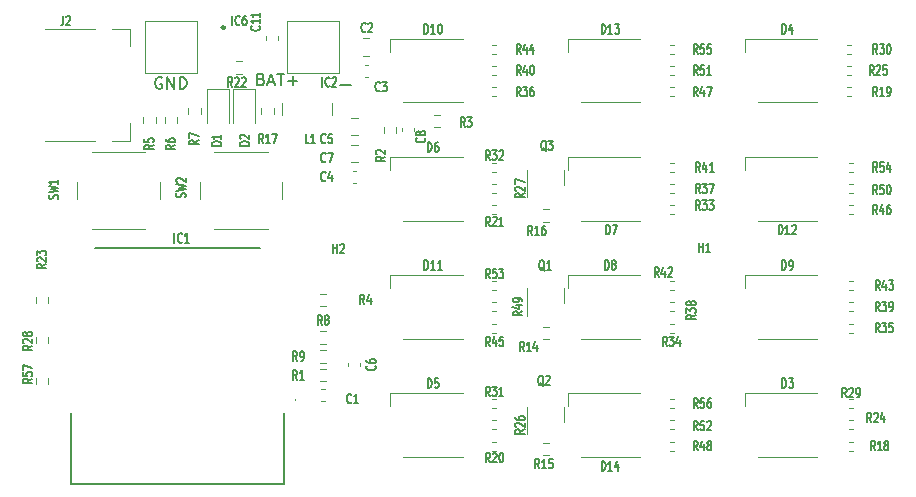
<source format=gbr>
%TF.GenerationSoftware,KiCad,Pcbnew,(6.0.0)*%
%TF.CreationDate,2022-11-26T21:53:32+02:00*%
%TF.ProjectId,mood,6d6f6f64-2e6b-4696-9361-645f70636258,rev?*%
%TF.SameCoordinates,Original*%
%TF.FileFunction,Legend,Top*%
%TF.FilePolarity,Positive*%
%FSLAX46Y46*%
G04 Gerber Fmt 4.6, Leading zero omitted, Abs format (unit mm)*
G04 Created by KiCad (PCBNEW (6.0.0)) date 2022-11-26 21:53:32*
%MOMM*%
%LPD*%
G01*
G04 APERTURE LIST*
%ADD10C,0.150000*%
%ADD11C,0.120000*%
%ADD12C,0.200000*%
%ADD13C,0.100000*%
%ADD14C,0.250000*%
G04 APERTURE END LIST*
D10*
%TO.C,R6*%
X120261904Y-100800000D02*
X119880952Y-101000000D01*
X120261904Y-101142857D02*
X119461904Y-101142857D01*
X119461904Y-100914285D01*
X119500000Y-100857142D01*
X119538095Y-100828571D01*
X119614285Y-100800000D01*
X119728571Y-100800000D01*
X119804761Y-100828571D01*
X119842857Y-100857142D01*
X119880952Y-100914285D01*
X119880952Y-101142857D01*
X119461904Y-100285714D02*
X119461904Y-100400000D01*
X119500000Y-100457142D01*
X119538095Y-100485714D01*
X119652380Y-100542857D01*
X119804761Y-100571428D01*
X120109523Y-100571428D01*
X120185714Y-100542857D01*
X120223809Y-100514285D01*
X120261904Y-100457142D01*
X120261904Y-100342857D01*
X120223809Y-100285714D01*
X120185714Y-100257142D01*
X120109523Y-100228571D01*
X119919047Y-100228571D01*
X119842857Y-100257142D01*
X119804761Y-100285714D01*
X119766666Y-100342857D01*
X119766666Y-100457142D01*
X119804761Y-100514285D01*
X119842857Y-100542857D01*
X119919047Y-100571428D01*
%TO.C,R5*%
X118461904Y-100800000D02*
X118080952Y-101000000D01*
X118461904Y-101142857D02*
X117661904Y-101142857D01*
X117661904Y-100914285D01*
X117700000Y-100857142D01*
X117738095Y-100828571D01*
X117814285Y-100800000D01*
X117928571Y-100800000D01*
X118004761Y-100828571D01*
X118042857Y-100857142D01*
X118080952Y-100914285D01*
X118080952Y-101142857D01*
X117661904Y-100257142D02*
X117661904Y-100542857D01*
X118042857Y-100571428D01*
X118004761Y-100542857D01*
X117966666Y-100485714D01*
X117966666Y-100342857D01*
X118004761Y-100285714D01*
X118042857Y-100257142D01*
X118119047Y-100228571D01*
X118309523Y-100228571D01*
X118385714Y-100257142D01*
X118423809Y-100285714D01*
X118461904Y-100342857D01*
X118461904Y-100485714D01*
X118423809Y-100542857D01*
X118385714Y-100571428D01*
%TO.C,C7*%
X133000000Y-102185714D02*
X132971428Y-102223809D01*
X132885714Y-102261904D01*
X132828571Y-102261904D01*
X132742857Y-102223809D01*
X132685714Y-102147619D01*
X132657142Y-102071428D01*
X132628571Y-101919047D01*
X132628571Y-101804761D01*
X132657142Y-101652380D01*
X132685714Y-101576190D01*
X132742857Y-101500000D01*
X132828571Y-101461904D01*
X132885714Y-101461904D01*
X132971428Y-101500000D01*
X133000000Y-101538095D01*
X133200000Y-101461904D02*
X133600000Y-101461904D01*
X133342857Y-102261904D01*
%TO.C,C5*%
X133000000Y-100585714D02*
X132971428Y-100623809D01*
X132885714Y-100661904D01*
X132828571Y-100661904D01*
X132742857Y-100623809D01*
X132685714Y-100547619D01*
X132657142Y-100471428D01*
X132628571Y-100319047D01*
X132628571Y-100204761D01*
X132657142Y-100052380D01*
X132685714Y-99976190D01*
X132742857Y-99900000D01*
X132828571Y-99861904D01*
X132885714Y-99861904D01*
X132971428Y-99900000D01*
X133000000Y-99938095D01*
X133542857Y-99861904D02*
X133257142Y-99861904D01*
X133228571Y-100242857D01*
X133257142Y-100204761D01*
X133314285Y-100166666D01*
X133457142Y-100166666D01*
X133514285Y-100204761D01*
X133542857Y-100242857D01*
X133571428Y-100319047D01*
X133571428Y-100509523D01*
X133542857Y-100585714D01*
X133514285Y-100623809D01*
X133457142Y-100661904D01*
X133314285Y-100661904D01*
X133257142Y-100623809D01*
X133228571Y-100585714D01*
%TO.C,C2*%
X136400000Y-91185714D02*
X136371428Y-91223809D01*
X136285714Y-91261904D01*
X136228571Y-91261904D01*
X136142857Y-91223809D01*
X136085714Y-91147619D01*
X136057142Y-91071428D01*
X136028571Y-90919047D01*
X136028571Y-90804761D01*
X136057142Y-90652380D01*
X136085714Y-90576190D01*
X136142857Y-90500000D01*
X136228571Y-90461904D01*
X136285714Y-90461904D01*
X136371428Y-90500000D01*
X136400000Y-90538095D01*
X136628571Y-90538095D02*
X136657142Y-90500000D01*
X136714285Y-90461904D01*
X136857142Y-90461904D01*
X136914285Y-90500000D01*
X136942857Y-90538095D01*
X136971428Y-90614285D01*
X136971428Y-90690476D01*
X136942857Y-90804761D01*
X136600000Y-91261904D01*
X136971428Y-91261904D01*
%TO.C,L1*%
X131600000Y-100661904D02*
X131314285Y-100661904D01*
X131314285Y-99861904D01*
X132114285Y-100661904D02*
X131771428Y-100661904D01*
X131942857Y-100661904D02*
X131942857Y-99861904D01*
X131885714Y-99976190D01*
X131828571Y-100052380D01*
X131771428Y-100090476D01*
%TO.C,R3*%
X144800000Y-99261904D02*
X144600000Y-98880952D01*
X144457142Y-99261904D02*
X144457142Y-98461904D01*
X144685714Y-98461904D01*
X144742857Y-98500000D01*
X144771428Y-98538095D01*
X144800000Y-98614285D01*
X144800000Y-98728571D01*
X144771428Y-98804761D01*
X144742857Y-98842857D01*
X144685714Y-98880952D01*
X144457142Y-98880952D01*
X145000000Y-98461904D02*
X145371428Y-98461904D01*
X145171428Y-98766666D01*
X145257142Y-98766666D01*
X145314285Y-98804761D01*
X145342857Y-98842857D01*
X145371428Y-98919047D01*
X145371428Y-99109523D01*
X145342857Y-99185714D01*
X145314285Y-99223809D01*
X145257142Y-99261904D01*
X145085714Y-99261904D01*
X145028571Y-99223809D01*
X145000000Y-99185714D01*
%TO.C,R2*%
X138061904Y-101800000D02*
X137680952Y-102000000D01*
X138061904Y-102142857D02*
X137261904Y-102142857D01*
X137261904Y-101914285D01*
X137300000Y-101857142D01*
X137338095Y-101828571D01*
X137414285Y-101800000D01*
X137528571Y-101800000D01*
X137604761Y-101828571D01*
X137642857Y-101857142D01*
X137680952Y-101914285D01*
X137680952Y-102142857D01*
X137338095Y-101571428D02*
X137300000Y-101542857D01*
X137261904Y-101485714D01*
X137261904Y-101342857D01*
X137300000Y-101285714D01*
X137338095Y-101257142D01*
X137414285Y-101228571D01*
X137490476Y-101228571D01*
X137604761Y-101257142D01*
X138061904Y-101600000D01*
X138061904Y-101228571D01*
%TO.C,IC2*%
X132714285Y-95861904D02*
X132714285Y-95061904D01*
X133342857Y-95785714D02*
X133314285Y-95823809D01*
X133228571Y-95861904D01*
X133171428Y-95861904D01*
X133085714Y-95823809D01*
X133028571Y-95747619D01*
X133000000Y-95671428D01*
X132971428Y-95519047D01*
X132971428Y-95404761D01*
X133000000Y-95252380D01*
X133028571Y-95176190D01*
X133085714Y-95100000D01*
X133171428Y-95061904D01*
X133228571Y-95061904D01*
X133314285Y-95100000D01*
X133342857Y-95138095D01*
X133571428Y-95138095D02*
X133600000Y-95100000D01*
X133657142Y-95061904D01*
X133800000Y-95061904D01*
X133857142Y-95100000D01*
X133885714Y-95138095D01*
X133914285Y-95214285D01*
X133914285Y-95290476D01*
X133885714Y-95404761D01*
X133542857Y-95861904D01*
X133914285Y-95861904D01*
%TO.C,C8*%
X141385714Y-100200000D02*
X141423809Y-100228571D01*
X141461904Y-100314285D01*
X141461904Y-100371428D01*
X141423809Y-100457142D01*
X141347619Y-100514285D01*
X141271428Y-100542857D01*
X141119047Y-100571428D01*
X141004761Y-100571428D01*
X140852380Y-100542857D01*
X140776190Y-100514285D01*
X140700000Y-100457142D01*
X140661904Y-100371428D01*
X140661904Y-100314285D01*
X140700000Y-100228571D01*
X140738095Y-100200000D01*
X141004761Y-99857142D02*
X140966666Y-99914285D01*
X140928571Y-99942857D01*
X140852380Y-99971428D01*
X140814285Y-99971428D01*
X140738095Y-99942857D01*
X140700000Y-99914285D01*
X140661904Y-99857142D01*
X140661904Y-99742857D01*
X140700000Y-99685714D01*
X140738095Y-99657142D01*
X140814285Y-99628571D01*
X140852380Y-99628571D01*
X140928571Y-99657142D01*
X140966666Y-99685714D01*
X141004761Y-99742857D01*
X141004761Y-99857142D01*
X141042857Y-99914285D01*
X141080952Y-99942857D01*
X141157142Y-99971428D01*
X141309523Y-99971428D01*
X141385714Y-99942857D01*
X141423809Y-99914285D01*
X141461904Y-99857142D01*
X141461904Y-99742857D01*
X141423809Y-99685714D01*
X141385714Y-99657142D01*
X141309523Y-99628571D01*
X141157142Y-99628571D01*
X141080952Y-99657142D01*
X141042857Y-99685714D01*
X141004761Y-99742857D01*
%TO.C,C4*%
X133000000Y-103785714D02*
X132971428Y-103823809D01*
X132885714Y-103861904D01*
X132828571Y-103861904D01*
X132742857Y-103823809D01*
X132685714Y-103747619D01*
X132657142Y-103671428D01*
X132628571Y-103519047D01*
X132628571Y-103404761D01*
X132657142Y-103252380D01*
X132685714Y-103176190D01*
X132742857Y-103100000D01*
X132828571Y-103061904D01*
X132885714Y-103061904D01*
X132971428Y-103100000D01*
X133000000Y-103138095D01*
X133514285Y-103328571D02*
X133514285Y-103861904D01*
X133371428Y-103023809D02*
X133228571Y-103595238D01*
X133600000Y-103595238D01*
%TO.C,C3*%
X137600000Y-96185714D02*
X137571428Y-96223809D01*
X137485714Y-96261904D01*
X137428571Y-96261904D01*
X137342857Y-96223809D01*
X137285714Y-96147619D01*
X137257142Y-96071428D01*
X137228571Y-95919047D01*
X137228571Y-95804761D01*
X137257142Y-95652380D01*
X137285714Y-95576190D01*
X137342857Y-95500000D01*
X137428571Y-95461904D01*
X137485714Y-95461904D01*
X137571428Y-95500000D01*
X137600000Y-95538095D01*
X137800000Y-95461904D02*
X138171428Y-95461904D01*
X137971428Y-95766666D01*
X138057142Y-95766666D01*
X138114285Y-95804761D01*
X138142857Y-95842857D01*
X138171428Y-95919047D01*
X138171428Y-96109523D01*
X138142857Y-96185714D01*
X138114285Y-96223809D01*
X138057142Y-96261904D01*
X137885714Y-96261904D01*
X137828571Y-96223809D01*
X137800000Y-96185714D01*
%TO.C,R52*%
X164514285Y-124961904D02*
X164314285Y-124580952D01*
X164171428Y-124961904D02*
X164171428Y-124161904D01*
X164400000Y-124161904D01*
X164457142Y-124200000D01*
X164485714Y-124238095D01*
X164514285Y-124314285D01*
X164514285Y-124428571D01*
X164485714Y-124504761D01*
X164457142Y-124542857D01*
X164400000Y-124580952D01*
X164171428Y-124580952D01*
X165057142Y-124161904D02*
X164771428Y-124161904D01*
X164742857Y-124542857D01*
X164771428Y-124504761D01*
X164828571Y-124466666D01*
X164971428Y-124466666D01*
X165028571Y-124504761D01*
X165057142Y-124542857D01*
X165085714Y-124619047D01*
X165085714Y-124809523D01*
X165057142Y-124885714D01*
X165028571Y-124923809D01*
X164971428Y-124961904D01*
X164828571Y-124961904D01*
X164771428Y-124923809D01*
X164742857Y-124885714D01*
X165314285Y-124238095D02*
X165342857Y-124200000D01*
X165400000Y-124161904D01*
X165542857Y-124161904D01*
X165600000Y-124200000D01*
X165628571Y-124238095D01*
X165657142Y-124314285D01*
X165657142Y-124390476D01*
X165628571Y-124504761D01*
X165285714Y-124961904D01*
X165657142Y-124961904D01*
%TO.C,R30*%
X179714285Y-93061904D02*
X179514285Y-92680952D01*
X179371428Y-93061904D02*
X179371428Y-92261904D01*
X179600000Y-92261904D01*
X179657142Y-92300000D01*
X179685714Y-92338095D01*
X179714285Y-92414285D01*
X179714285Y-92528571D01*
X179685714Y-92604761D01*
X179657142Y-92642857D01*
X179600000Y-92680952D01*
X179371428Y-92680952D01*
X179914285Y-92261904D02*
X180285714Y-92261904D01*
X180085714Y-92566666D01*
X180171428Y-92566666D01*
X180228571Y-92604761D01*
X180257142Y-92642857D01*
X180285714Y-92719047D01*
X180285714Y-92909523D01*
X180257142Y-92985714D01*
X180228571Y-93023809D01*
X180171428Y-93061904D01*
X180000000Y-93061904D01*
X179942857Y-93023809D01*
X179914285Y-92985714D01*
X180657142Y-92261904D02*
X180714285Y-92261904D01*
X180771428Y-92300000D01*
X180800000Y-92338095D01*
X180828571Y-92414285D01*
X180857142Y-92566666D01*
X180857142Y-92757142D01*
X180828571Y-92909523D01*
X180800000Y-92985714D01*
X180771428Y-93023809D01*
X180714285Y-93061904D01*
X180657142Y-93061904D01*
X180600000Y-93023809D01*
X180571428Y-92985714D01*
X180542857Y-92909523D01*
X180514285Y-92757142D01*
X180514285Y-92566666D01*
X180542857Y-92414285D01*
X180571428Y-92338095D01*
X180600000Y-92300000D01*
X180657142Y-92261904D01*
%TO.C,R33*%
X164714285Y-106261904D02*
X164514285Y-105880952D01*
X164371428Y-106261904D02*
X164371428Y-105461904D01*
X164600000Y-105461904D01*
X164657142Y-105500000D01*
X164685714Y-105538095D01*
X164714285Y-105614285D01*
X164714285Y-105728571D01*
X164685714Y-105804761D01*
X164657142Y-105842857D01*
X164600000Y-105880952D01*
X164371428Y-105880952D01*
X164914285Y-105461904D02*
X165285714Y-105461904D01*
X165085714Y-105766666D01*
X165171428Y-105766666D01*
X165228571Y-105804761D01*
X165257142Y-105842857D01*
X165285714Y-105919047D01*
X165285714Y-106109523D01*
X165257142Y-106185714D01*
X165228571Y-106223809D01*
X165171428Y-106261904D01*
X165000000Y-106261904D01*
X164942857Y-106223809D01*
X164914285Y-106185714D01*
X165485714Y-105461904D02*
X165857142Y-105461904D01*
X165657142Y-105766666D01*
X165742857Y-105766666D01*
X165800000Y-105804761D01*
X165828571Y-105842857D01*
X165857142Y-105919047D01*
X165857142Y-106109523D01*
X165828571Y-106185714D01*
X165800000Y-106223809D01*
X165742857Y-106261904D01*
X165571428Y-106261904D01*
X165514285Y-106223809D01*
X165485714Y-106185714D01*
%TO.C,D4*%
X171657142Y-91361904D02*
X171657142Y-90561904D01*
X171800000Y-90561904D01*
X171885714Y-90600000D01*
X171942857Y-90676190D01*
X171971428Y-90752380D01*
X172000000Y-90904761D01*
X172000000Y-91019047D01*
X171971428Y-91171428D01*
X171942857Y-91247619D01*
X171885714Y-91323809D01*
X171800000Y-91361904D01*
X171657142Y-91361904D01*
X172514285Y-90828571D02*
X172514285Y-91361904D01*
X172371428Y-90523809D02*
X172228571Y-91095238D01*
X172600000Y-91095238D01*
%TO.C,R31*%
X146914285Y-122061904D02*
X146714285Y-121680952D01*
X146571428Y-122061904D02*
X146571428Y-121261904D01*
X146800000Y-121261904D01*
X146857142Y-121300000D01*
X146885714Y-121338095D01*
X146914285Y-121414285D01*
X146914285Y-121528571D01*
X146885714Y-121604761D01*
X146857142Y-121642857D01*
X146800000Y-121680952D01*
X146571428Y-121680952D01*
X147114285Y-121261904D02*
X147485714Y-121261904D01*
X147285714Y-121566666D01*
X147371428Y-121566666D01*
X147428571Y-121604761D01*
X147457142Y-121642857D01*
X147485714Y-121719047D01*
X147485714Y-121909523D01*
X147457142Y-121985714D01*
X147428571Y-122023809D01*
X147371428Y-122061904D01*
X147200000Y-122061904D01*
X147142857Y-122023809D01*
X147114285Y-121985714D01*
X148057142Y-122061904D02*
X147714285Y-122061904D01*
X147885714Y-122061904D02*
X147885714Y-121261904D01*
X147828571Y-121376190D01*
X147771428Y-121452380D01*
X147714285Y-121490476D01*
%TO.C,IC1*%
X120214285Y-109061904D02*
X120214285Y-108261904D01*
X120842857Y-108985714D02*
X120814285Y-109023809D01*
X120728571Y-109061904D01*
X120671428Y-109061904D01*
X120585714Y-109023809D01*
X120528571Y-108947619D01*
X120500000Y-108871428D01*
X120471428Y-108719047D01*
X120471428Y-108604761D01*
X120500000Y-108452380D01*
X120528571Y-108376190D01*
X120585714Y-108300000D01*
X120671428Y-108261904D01*
X120728571Y-108261904D01*
X120814285Y-108300000D01*
X120842857Y-108338095D01*
X121414285Y-109061904D02*
X121071428Y-109061904D01*
X121242857Y-109061904D02*
X121242857Y-108261904D01*
X121185714Y-108376190D01*
X121128571Y-108452380D01*
X121071428Y-108490476D01*
%TO.C,R43*%
X179914285Y-113061904D02*
X179714285Y-112680952D01*
X179571428Y-113061904D02*
X179571428Y-112261904D01*
X179800000Y-112261904D01*
X179857142Y-112300000D01*
X179885714Y-112338095D01*
X179914285Y-112414285D01*
X179914285Y-112528571D01*
X179885714Y-112604761D01*
X179857142Y-112642857D01*
X179800000Y-112680952D01*
X179571428Y-112680952D01*
X180428571Y-112528571D02*
X180428571Y-113061904D01*
X180285714Y-112223809D02*
X180142857Y-112795238D01*
X180514285Y-112795238D01*
X180685714Y-112261904D02*
X181057142Y-112261904D01*
X180857142Y-112566666D01*
X180942857Y-112566666D01*
X181000000Y-112604761D01*
X181028571Y-112642857D01*
X181057142Y-112719047D01*
X181057142Y-112909523D01*
X181028571Y-112985714D01*
X181000000Y-113023809D01*
X180942857Y-113061904D01*
X180771428Y-113061904D01*
X180714285Y-113023809D01*
X180685714Y-112985714D01*
%TO.C,D10*%
X141371428Y-91361904D02*
X141371428Y-90561904D01*
X141514285Y-90561904D01*
X141600000Y-90600000D01*
X141657142Y-90676190D01*
X141685714Y-90752380D01*
X141714285Y-90904761D01*
X141714285Y-91019047D01*
X141685714Y-91171428D01*
X141657142Y-91247619D01*
X141600000Y-91323809D01*
X141514285Y-91361904D01*
X141371428Y-91361904D01*
X142285714Y-91361904D02*
X141942857Y-91361904D01*
X142114285Y-91361904D02*
X142114285Y-90561904D01*
X142057142Y-90676190D01*
X142000000Y-90752380D01*
X141942857Y-90790476D01*
X142657142Y-90561904D02*
X142714285Y-90561904D01*
X142771428Y-90600000D01*
X142800000Y-90638095D01*
X142828571Y-90714285D01*
X142857142Y-90866666D01*
X142857142Y-91057142D01*
X142828571Y-91209523D01*
X142800000Y-91285714D01*
X142771428Y-91323809D01*
X142714285Y-91361904D01*
X142657142Y-91361904D01*
X142600000Y-91323809D01*
X142571428Y-91285714D01*
X142542857Y-91209523D01*
X142514285Y-91057142D01*
X142514285Y-90866666D01*
X142542857Y-90714285D01*
X142571428Y-90638095D01*
X142600000Y-90600000D01*
X142657142Y-90561904D01*
%TO.C,R37*%
X164714285Y-104861904D02*
X164514285Y-104480952D01*
X164371428Y-104861904D02*
X164371428Y-104061904D01*
X164600000Y-104061904D01*
X164657142Y-104100000D01*
X164685714Y-104138095D01*
X164714285Y-104214285D01*
X164714285Y-104328571D01*
X164685714Y-104404761D01*
X164657142Y-104442857D01*
X164600000Y-104480952D01*
X164371428Y-104480952D01*
X164914285Y-104061904D02*
X165285714Y-104061904D01*
X165085714Y-104366666D01*
X165171428Y-104366666D01*
X165228571Y-104404761D01*
X165257142Y-104442857D01*
X165285714Y-104519047D01*
X165285714Y-104709523D01*
X165257142Y-104785714D01*
X165228571Y-104823809D01*
X165171428Y-104861904D01*
X165000000Y-104861904D01*
X164942857Y-104823809D01*
X164914285Y-104785714D01*
X165485714Y-104061904D02*
X165885714Y-104061904D01*
X165628571Y-104861904D01*
%TO.C,D11*%
X141371428Y-111361904D02*
X141371428Y-110561904D01*
X141514285Y-110561904D01*
X141600000Y-110600000D01*
X141657142Y-110676190D01*
X141685714Y-110752380D01*
X141714285Y-110904761D01*
X141714285Y-111019047D01*
X141685714Y-111171428D01*
X141657142Y-111247619D01*
X141600000Y-111323809D01*
X141514285Y-111361904D01*
X141371428Y-111361904D01*
X142285714Y-111361904D02*
X141942857Y-111361904D01*
X142114285Y-111361904D02*
X142114285Y-110561904D01*
X142057142Y-110676190D01*
X142000000Y-110752380D01*
X141942857Y-110790476D01*
X142857142Y-111361904D02*
X142514285Y-111361904D01*
X142685714Y-111361904D02*
X142685714Y-110561904D01*
X142628571Y-110676190D01*
X142571428Y-110752380D01*
X142514285Y-110790476D01*
%TO.C,R47*%
X164514285Y-96661904D02*
X164314285Y-96280952D01*
X164171428Y-96661904D02*
X164171428Y-95861904D01*
X164400000Y-95861904D01*
X164457142Y-95900000D01*
X164485714Y-95938095D01*
X164514285Y-96014285D01*
X164514285Y-96128571D01*
X164485714Y-96204761D01*
X164457142Y-96242857D01*
X164400000Y-96280952D01*
X164171428Y-96280952D01*
X165028571Y-96128571D02*
X165028571Y-96661904D01*
X164885714Y-95823809D02*
X164742857Y-96395238D01*
X165114285Y-96395238D01*
X165285714Y-95861904D02*
X165685714Y-95861904D01*
X165428571Y-96661904D01*
%TO.C,D8*%
X156657142Y-111361904D02*
X156657142Y-110561904D01*
X156800000Y-110561904D01*
X156885714Y-110600000D01*
X156942857Y-110676190D01*
X156971428Y-110752380D01*
X157000000Y-110904761D01*
X157000000Y-111019047D01*
X156971428Y-111171428D01*
X156942857Y-111247619D01*
X156885714Y-111323809D01*
X156800000Y-111361904D01*
X156657142Y-111361904D01*
X157342857Y-110904761D02*
X157285714Y-110866666D01*
X157257142Y-110828571D01*
X157228571Y-110752380D01*
X157228571Y-110714285D01*
X157257142Y-110638095D01*
X157285714Y-110600000D01*
X157342857Y-110561904D01*
X157457142Y-110561904D01*
X157514285Y-110600000D01*
X157542857Y-110638095D01*
X157571428Y-110714285D01*
X157571428Y-110752380D01*
X157542857Y-110828571D01*
X157514285Y-110866666D01*
X157457142Y-110904761D01*
X157342857Y-110904761D01*
X157285714Y-110942857D01*
X157257142Y-110980952D01*
X157228571Y-111057142D01*
X157228571Y-111209523D01*
X157257142Y-111285714D01*
X157285714Y-111323809D01*
X157342857Y-111361904D01*
X157457142Y-111361904D01*
X157514285Y-111323809D01*
X157542857Y-111285714D01*
X157571428Y-111209523D01*
X157571428Y-111057142D01*
X157542857Y-110980952D01*
X157514285Y-110942857D01*
X157457142Y-110904761D01*
%TO.C,R28*%
X108161904Y-117785714D02*
X107780952Y-117985714D01*
X108161904Y-118128571D02*
X107361904Y-118128571D01*
X107361904Y-117900000D01*
X107400000Y-117842857D01*
X107438095Y-117814285D01*
X107514285Y-117785714D01*
X107628571Y-117785714D01*
X107704761Y-117814285D01*
X107742857Y-117842857D01*
X107780952Y-117900000D01*
X107780952Y-118128571D01*
X107438095Y-117557142D02*
X107400000Y-117528571D01*
X107361904Y-117471428D01*
X107361904Y-117328571D01*
X107400000Y-117271428D01*
X107438095Y-117242857D01*
X107514285Y-117214285D01*
X107590476Y-117214285D01*
X107704761Y-117242857D01*
X108161904Y-117585714D01*
X108161904Y-117214285D01*
X107704761Y-116871428D02*
X107666666Y-116928571D01*
X107628571Y-116957142D01*
X107552380Y-116985714D01*
X107514285Y-116985714D01*
X107438095Y-116957142D01*
X107400000Y-116928571D01*
X107361904Y-116871428D01*
X107361904Y-116757142D01*
X107400000Y-116700000D01*
X107438095Y-116671428D01*
X107514285Y-116642857D01*
X107552380Y-116642857D01*
X107628571Y-116671428D01*
X107666666Y-116700000D01*
X107704761Y-116757142D01*
X107704761Y-116871428D01*
X107742857Y-116928571D01*
X107780952Y-116957142D01*
X107857142Y-116985714D01*
X108009523Y-116985714D01*
X108085714Y-116957142D01*
X108123809Y-116928571D01*
X108161904Y-116871428D01*
X108161904Y-116757142D01*
X108123809Y-116700000D01*
X108085714Y-116671428D01*
X108009523Y-116642857D01*
X107857142Y-116642857D01*
X107780952Y-116671428D01*
X107742857Y-116700000D01*
X107704761Y-116757142D01*
%TO.C,R54*%
X179714285Y-103061904D02*
X179514285Y-102680952D01*
X179371428Y-103061904D02*
X179371428Y-102261904D01*
X179600000Y-102261904D01*
X179657142Y-102300000D01*
X179685714Y-102338095D01*
X179714285Y-102414285D01*
X179714285Y-102528571D01*
X179685714Y-102604761D01*
X179657142Y-102642857D01*
X179600000Y-102680952D01*
X179371428Y-102680952D01*
X180257142Y-102261904D02*
X179971428Y-102261904D01*
X179942857Y-102642857D01*
X179971428Y-102604761D01*
X180028571Y-102566666D01*
X180171428Y-102566666D01*
X180228571Y-102604761D01*
X180257142Y-102642857D01*
X180285714Y-102719047D01*
X180285714Y-102909523D01*
X180257142Y-102985714D01*
X180228571Y-103023809D01*
X180171428Y-103061904D01*
X180028571Y-103061904D01*
X179971428Y-103023809D01*
X179942857Y-102985714D01*
X180800000Y-102528571D02*
X180800000Y-103061904D01*
X180657142Y-102223809D02*
X180514285Y-102795238D01*
X180885714Y-102795238D01*
%TO.C,J2*%
X110800000Y-89861904D02*
X110800000Y-90433333D01*
X110771428Y-90547619D01*
X110714285Y-90623809D01*
X110628571Y-90661904D01*
X110571428Y-90661904D01*
X111057142Y-89938095D02*
X111085714Y-89900000D01*
X111142857Y-89861904D01*
X111285714Y-89861904D01*
X111342857Y-89900000D01*
X111371428Y-89938095D01*
X111400000Y-90014285D01*
X111400000Y-90090476D01*
X111371428Y-90204761D01*
X111028571Y-90661904D01*
X111400000Y-90661904D01*
%TO.C,R17*%
X127714285Y-100661904D02*
X127514285Y-100280952D01*
X127371428Y-100661904D02*
X127371428Y-99861904D01*
X127600000Y-99861904D01*
X127657142Y-99900000D01*
X127685714Y-99938095D01*
X127714285Y-100014285D01*
X127714285Y-100128571D01*
X127685714Y-100204761D01*
X127657142Y-100242857D01*
X127600000Y-100280952D01*
X127371428Y-100280952D01*
X128285714Y-100661904D02*
X127942857Y-100661904D01*
X128114285Y-100661904D02*
X128114285Y-99861904D01*
X128057142Y-99976190D01*
X128000000Y-100052380D01*
X127942857Y-100090476D01*
X128485714Y-99861904D02*
X128885714Y-99861904D01*
X128628571Y-100661904D01*
%TO.C,D14*%
X156371428Y-128361904D02*
X156371428Y-127561904D01*
X156514285Y-127561904D01*
X156600000Y-127600000D01*
X156657142Y-127676190D01*
X156685714Y-127752380D01*
X156714285Y-127904761D01*
X156714285Y-128019047D01*
X156685714Y-128171428D01*
X156657142Y-128247619D01*
X156600000Y-128323809D01*
X156514285Y-128361904D01*
X156371428Y-128361904D01*
X157285714Y-128361904D02*
X156942857Y-128361904D01*
X157114285Y-128361904D02*
X157114285Y-127561904D01*
X157057142Y-127676190D01*
X157000000Y-127752380D01*
X156942857Y-127790476D01*
X157800000Y-127828571D02*
X157800000Y-128361904D01*
X157657142Y-127523809D02*
X157514285Y-128095238D01*
X157885714Y-128095238D01*
%TO.C,R35*%
X179914285Y-116661904D02*
X179714285Y-116280952D01*
X179571428Y-116661904D02*
X179571428Y-115861904D01*
X179800000Y-115861904D01*
X179857142Y-115900000D01*
X179885714Y-115938095D01*
X179914285Y-116014285D01*
X179914285Y-116128571D01*
X179885714Y-116204761D01*
X179857142Y-116242857D01*
X179800000Y-116280952D01*
X179571428Y-116280952D01*
X180114285Y-115861904D02*
X180485714Y-115861904D01*
X180285714Y-116166666D01*
X180371428Y-116166666D01*
X180428571Y-116204761D01*
X180457142Y-116242857D01*
X180485714Y-116319047D01*
X180485714Y-116509523D01*
X180457142Y-116585714D01*
X180428571Y-116623809D01*
X180371428Y-116661904D01*
X180200000Y-116661904D01*
X180142857Y-116623809D01*
X180114285Y-116585714D01*
X181028571Y-115861904D02*
X180742857Y-115861904D01*
X180714285Y-116242857D01*
X180742857Y-116204761D01*
X180800000Y-116166666D01*
X180942857Y-116166666D01*
X181000000Y-116204761D01*
X181028571Y-116242857D01*
X181057142Y-116319047D01*
X181057142Y-116509523D01*
X181028571Y-116585714D01*
X181000000Y-116623809D01*
X180942857Y-116661904D01*
X180800000Y-116661904D01*
X180742857Y-116623809D01*
X180714285Y-116585714D01*
%TO.C,R51*%
X164514285Y-94861904D02*
X164314285Y-94480952D01*
X164171428Y-94861904D02*
X164171428Y-94061904D01*
X164400000Y-94061904D01*
X164457142Y-94100000D01*
X164485714Y-94138095D01*
X164514285Y-94214285D01*
X164514285Y-94328571D01*
X164485714Y-94404761D01*
X164457142Y-94442857D01*
X164400000Y-94480952D01*
X164171428Y-94480952D01*
X165057142Y-94061904D02*
X164771428Y-94061904D01*
X164742857Y-94442857D01*
X164771428Y-94404761D01*
X164828571Y-94366666D01*
X164971428Y-94366666D01*
X165028571Y-94404761D01*
X165057142Y-94442857D01*
X165085714Y-94519047D01*
X165085714Y-94709523D01*
X165057142Y-94785714D01*
X165028571Y-94823809D01*
X164971428Y-94861904D01*
X164828571Y-94861904D01*
X164771428Y-94823809D01*
X164742857Y-94785714D01*
X165657142Y-94861904D02*
X165314285Y-94861904D01*
X165485714Y-94861904D02*
X165485714Y-94061904D01*
X165428571Y-94176190D01*
X165371428Y-94252380D01*
X165314285Y-94290476D01*
%TO.C,TP1*%
X127542857Y-95228571D02*
X127685714Y-95276190D01*
X127733333Y-95323809D01*
X127780952Y-95419047D01*
X127780952Y-95561904D01*
X127733333Y-95657142D01*
X127685714Y-95704761D01*
X127590476Y-95752380D01*
X127209523Y-95752380D01*
X127209523Y-94752380D01*
X127542857Y-94752380D01*
X127638095Y-94800000D01*
X127685714Y-94847619D01*
X127733333Y-94942857D01*
X127733333Y-95038095D01*
X127685714Y-95133333D01*
X127638095Y-95180952D01*
X127542857Y-95228571D01*
X127209523Y-95228571D01*
X128161904Y-95466666D02*
X128638095Y-95466666D01*
X128066666Y-95752380D02*
X128400000Y-94752380D01*
X128733333Y-95752380D01*
X128923809Y-94752380D02*
X129495238Y-94752380D01*
X129209523Y-95752380D02*
X129209523Y-94752380D01*
X129828571Y-95371428D02*
X130590476Y-95371428D01*
X130209523Y-95752380D02*
X130209523Y-94990476D01*
%TO.C,R16*%
X150501785Y-108430654D02*
X150301785Y-108049702D01*
X150158928Y-108430654D02*
X150158928Y-107630654D01*
X150387500Y-107630654D01*
X150444642Y-107668750D01*
X150473214Y-107706845D01*
X150501785Y-107783035D01*
X150501785Y-107897321D01*
X150473214Y-107973511D01*
X150444642Y-108011607D01*
X150387500Y-108049702D01*
X150158928Y-108049702D01*
X151073214Y-108430654D02*
X150730357Y-108430654D01*
X150901785Y-108430654D02*
X150901785Y-107630654D01*
X150844642Y-107744940D01*
X150787500Y-107821130D01*
X150730357Y-107859226D01*
X151587500Y-107630654D02*
X151473214Y-107630654D01*
X151416071Y-107668750D01*
X151387500Y-107706845D01*
X151330357Y-107821130D01*
X151301785Y-107973511D01*
X151301785Y-108278273D01*
X151330357Y-108354464D01*
X151358928Y-108392559D01*
X151416071Y-108430654D01*
X151530357Y-108430654D01*
X151587500Y-108392559D01*
X151616071Y-108354464D01*
X151644642Y-108278273D01*
X151644642Y-108087797D01*
X151616071Y-108011607D01*
X151587500Y-107973511D01*
X151530357Y-107935416D01*
X151416071Y-107935416D01*
X151358928Y-107973511D01*
X151330357Y-108011607D01*
X151301785Y-108087797D01*
%TO.C,D2*%
X126561904Y-100842857D02*
X125761904Y-100842857D01*
X125761904Y-100700000D01*
X125800000Y-100614285D01*
X125876190Y-100557142D01*
X125952380Y-100528571D01*
X126104761Y-100500000D01*
X126219047Y-100500000D01*
X126371428Y-100528571D01*
X126447619Y-100557142D01*
X126523809Y-100614285D01*
X126561904Y-100700000D01*
X126561904Y-100842857D01*
X125838095Y-100271428D02*
X125800000Y-100242857D01*
X125761904Y-100185714D01*
X125761904Y-100042857D01*
X125800000Y-99985714D01*
X125838095Y-99957142D01*
X125914285Y-99928571D01*
X125990476Y-99928571D01*
X126104761Y-99957142D01*
X126561904Y-100300000D01*
X126561904Y-99928571D01*
%TO.C,D5*%
X141657142Y-121361904D02*
X141657142Y-120561904D01*
X141800000Y-120561904D01*
X141885714Y-120600000D01*
X141942857Y-120676190D01*
X141971428Y-120752380D01*
X142000000Y-120904761D01*
X142000000Y-121019047D01*
X141971428Y-121171428D01*
X141942857Y-121247619D01*
X141885714Y-121323809D01*
X141800000Y-121361904D01*
X141657142Y-121361904D01*
X142542857Y-120561904D02*
X142257142Y-120561904D01*
X142228571Y-120942857D01*
X142257142Y-120904761D01*
X142314285Y-120866666D01*
X142457142Y-120866666D01*
X142514285Y-120904761D01*
X142542857Y-120942857D01*
X142571428Y-121019047D01*
X142571428Y-121209523D01*
X142542857Y-121285714D01*
X142514285Y-121323809D01*
X142457142Y-121361904D01*
X142314285Y-121361904D01*
X142257142Y-121323809D01*
X142228571Y-121285714D01*
%TO.C,R26*%
X149861904Y-124885714D02*
X149480952Y-125085714D01*
X149861904Y-125228571D02*
X149061904Y-125228571D01*
X149061904Y-125000000D01*
X149100000Y-124942857D01*
X149138095Y-124914285D01*
X149214285Y-124885714D01*
X149328571Y-124885714D01*
X149404761Y-124914285D01*
X149442857Y-124942857D01*
X149480952Y-125000000D01*
X149480952Y-125228571D01*
X149138095Y-124657142D02*
X149100000Y-124628571D01*
X149061904Y-124571428D01*
X149061904Y-124428571D01*
X149100000Y-124371428D01*
X149138095Y-124342857D01*
X149214285Y-124314285D01*
X149290476Y-124314285D01*
X149404761Y-124342857D01*
X149861904Y-124685714D01*
X149861904Y-124314285D01*
X149061904Y-123800000D02*
X149061904Y-123914285D01*
X149100000Y-123971428D01*
X149138095Y-124000000D01*
X149252380Y-124057142D01*
X149404761Y-124085714D01*
X149709523Y-124085714D01*
X149785714Y-124057142D01*
X149823809Y-124028571D01*
X149861904Y-123971428D01*
X149861904Y-123857142D01*
X149823809Y-123800000D01*
X149785714Y-123771428D01*
X149709523Y-123742857D01*
X149519047Y-123742857D01*
X149442857Y-123771428D01*
X149404761Y-123800000D01*
X149366666Y-123857142D01*
X149366666Y-123971428D01*
X149404761Y-124028571D01*
X149442857Y-124057142D01*
X149519047Y-124085714D01*
%TO.C,R36*%
X149514285Y-96661904D02*
X149314285Y-96280952D01*
X149171428Y-96661904D02*
X149171428Y-95861904D01*
X149400000Y-95861904D01*
X149457142Y-95900000D01*
X149485714Y-95938095D01*
X149514285Y-96014285D01*
X149514285Y-96128571D01*
X149485714Y-96204761D01*
X149457142Y-96242857D01*
X149400000Y-96280952D01*
X149171428Y-96280952D01*
X149714285Y-95861904D02*
X150085714Y-95861904D01*
X149885714Y-96166666D01*
X149971428Y-96166666D01*
X150028571Y-96204761D01*
X150057142Y-96242857D01*
X150085714Y-96319047D01*
X150085714Y-96509523D01*
X150057142Y-96585714D01*
X150028571Y-96623809D01*
X149971428Y-96661904D01*
X149800000Y-96661904D01*
X149742857Y-96623809D01*
X149714285Y-96585714D01*
X150600000Y-95861904D02*
X150485714Y-95861904D01*
X150428571Y-95900000D01*
X150400000Y-95938095D01*
X150342857Y-96052380D01*
X150314285Y-96204761D01*
X150314285Y-96509523D01*
X150342857Y-96585714D01*
X150371428Y-96623809D01*
X150428571Y-96661904D01*
X150542857Y-96661904D01*
X150600000Y-96623809D01*
X150628571Y-96585714D01*
X150657142Y-96509523D01*
X150657142Y-96319047D01*
X150628571Y-96242857D01*
X150600000Y-96204761D01*
X150542857Y-96166666D01*
X150428571Y-96166666D01*
X150371428Y-96204761D01*
X150342857Y-96242857D01*
X150314285Y-96319047D01*
%TO.C,R56*%
X164514285Y-123061904D02*
X164314285Y-122680952D01*
X164171428Y-123061904D02*
X164171428Y-122261904D01*
X164400000Y-122261904D01*
X164457142Y-122300000D01*
X164485714Y-122338095D01*
X164514285Y-122414285D01*
X164514285Y-122528571D01*
X164485714Y-122604761D01*
X164457142Y-122642857D01*
X164400000Y-122680952D01*
X164171428Y-122680952D01*
X165057142Y-122261904D02*
X164771428Y-122261904D01*
X164742857Y-122642857D01*
X164771428Y-122604761D01*
X164828571Y-122566666D01*
X164971428Y-122566666D01*
X165028571Y-122604761D01*
X165057142Y-122642857D01*
X165085714Y-122719047D01*
X165085714Y-122909523D01*
X165057142Y-122985714D01*
X165028571Y-123023809D01*
X164971428Y-123061904D01*
X164828571Y-123061904D01*
X164771428Y-123023809D01*
X164742857Y-122985714D01*
X165600000Y-122261904D02*
X165485714Y-122261904D01*
X165428571Y-122300000D01*
X165400000Y-122338095D01*
X165342857Y-122452380D01*
X165314285Y-122604761D01*
X165314285Y-122909523D01*
X165342857Y-122985714D01*
X165371428Y-123023809D01*
X165428571Y-123061904D01*
X165542857Y-123061904D01*
X165600000Y-123023809D01*
X165628571Y-122985714D01*
X165657142Y-122909523D01*
X165657142Y-122719047D01*
X165628571Y-122642857D01*
X165600000Y-122604761D01*
X165542857Y-122566666D01*
X165428571Y-122566666D01*
X165371428Y-122604761D01*
X165342857Y-122642857D01*
X165314285Y-122719047D01*
%TO.C,R1*%
X130600000Y-120661904D02*
X130400000Y-120280952D01*
X130257142Y-120661904D02*
X130257142Y-119861904D01*
X130485714Y-119861904D01*
X130542857Y-119900000D01*
X130571428Y-119938095D01*
X130600000Y-120014285D01*
X130600000Y-120128571D01*
X130571428Y-120204761D01*
X130542857Y-120242857D01*
X130485714Y-120280952D01*
X130257142Y-120280952D01*
X131171428Y-120661904D02*
X130828571Y-120661904D01*
X131000000Y-120661904D02*
X131000000Y-119861904D01*
X130942857Y-119976190D01*
X130885714Y-120052380D01*
X130828571Y-120090476D01*
%TO.C,R24*%
X179214285Y-124261904D02*
X179014285Y-123880952D01*
X178871428Y-124261904D02*
X178871428Y-123461904D01*
X179100000Y-123461904D01*
X179157142Y-123500000D01*
X179185714Y-123538095D01*
X179214285Y-123614285D01*
X179214285Y-123728571D01*
X179185714Y-123804761D01*
X179157142Y-123842857D01*
X179100000Y-123880952D01*
X178871428Y-123880952D01*
X179442857Y-123538095D02*
X179471428Y-123500000D01*
X179528571Y-123461904D01*
X179671428Y-123461904D01*
X179728571Y-123500000D01*
X179757142Y-123538095D01*
X179785714Y-123614285D01*
X179785714Y-123690476D01*
X179757142Y-123804761D01*
X179414285Y-124261904D01*
X179785714Y-124261904D01*
X180300000Y-123728571D02*
X180300000Y-124261904D01*
X180157142Y-123423809D02*
X180014285Y-123995238D01*
X180385714Y-123995238D01*
%TO.C,C11*%
X127385714Y-90735714D02*
X127423809Y-90764285D01*
X127461904Y-90850000D01*
X127461904Y-90907142D01*
X127423809Y-90992857D01*
X127347619Y-91050000D01*
X127271428Y-91078571D01*
X127119047Y-91107142D01*
X127004761Y-91107142D01*
X126852380Y-91078571D01*
X126776190Y-91050000D01*
X126700000Y-90992857D01*
X126661904Y-90907142D01*
X126661904Y-90850000D01*
X126700000Y-90764285D01*
X126738095Y-90735714D01*
X127461904Y-90164285D02*
X127461904Y-90507142D01*
X127461904Y-90335714D02*
X126661904Y-90335714D01*
X126776190Y-90392857D01*
X126852380Y-90450000D01*
X126890476Y-90507142D01*
X127461904Y-89592857D02*
X127461904Y-89935714D01*
X127461904Y-89764285D02*
X126661904Y-89764285D01*
X126776190Y-89821428D01*
X126852380Y-89878571D01*
X126890476Y-89935714D01*
%TO.C,D3*%
X171657142Y-121361904D02*
X171657142Y-120561904D01*
X171800000Y-120561904D01*
X171885714Y-120600000D01*
X171942857Y-120676190D01*
X171971428Y-120752380D01*
X172000000Y-120904761D01*
X172000000Y-121019047D01*
X171971428Y-121171428D01*
X171942857Y-121247619D01*
X171885714Y-121323809D01*
X171800000Y-121361904D01*
X171657142Y-121361904D01*
X172200000Y-120561904D02*
X172571428Y-120561904D01*
X172371428Y-120866666D01*
X172457142Y-120866666D01*
X172514285Y-120904761D01*
X172542857Y-120942857D01*
X172571428Y-121019047D01*
X172571428Y-121209523D01*
X172542857Y-121285714D01*
X172514285Y-121323809D01*
X172457142Y-121361904D01*
X172285714Y-121361904D01*
X172228571Y-121323809D01*
X172200000Y-121285714D01*
%TO.C,R32*%
X146914285Y-102061904D02*
X146714285Y-101680952D01*
X146571428Y-102061904D02*
X146571428Y-101261904D01*
X146800000Y-101261904D01*
X146857142Y-101300000D01*
X146885714Y-101338095D01*
X146914285Y-101414285D01*
X146914285Y-101528571D01*
X146885714Y-101604761D01*
X146857142Y-101642857D01*
X146800000Y-101680952D01*
X146571428Y-101680952D01*
X147114285Y-101261904D02*
X147485714Y-101261904D01*
X147285714Y-101566666D01*
X147371428Y-101566666D01*
X147428571Y-101604761D01*
X147457142Y-101642857D01*
X147485714Y-101719047D01*
X147485714Y-101909523D01*
X147457142Y-101985714D01*
X147428571Y-102023809D01*
X147371428Y-102061904D01*
X147200000Y-102061904D01*
X147142857Y-102023809D01*
X147114285Y-101985714D01*
X147714285Y-101338095D02*
X147742857Y-101300000D01*
X147800000Y-101261904D01*
X147942857Y-101261904D01*
X148000000Y-101300000D01*
X148028571Y-101338095D01*
X148057142Y-101414285D01*
X148057142Y-101490476D01*
X148028571Y-101604761D01*
X147685714Y-102061904D01*
X148057142Y-102061904D01*
%TO.C,R39*%
X179914285Y-114861904D02*
X179714285Y-114480952D01*
X179571428Y-114861904D02*
X179571428Y-114061904D01*
X179800000Y-114061904D01*
X179857142Y-114100000D01*
X179885714Y-114138095D01*
X179914285Y-114214285D01*
X179914285Y-114328571D01*
X179885714Y-114404761D01*
X179857142Y-114442857D01*
X179800000Y-114480952D01*
X179571428Y-114480952D01*
X180114285Y-114061904D02*
X180485714Y-114061904D01*
X180285714Y-114366666D01*
X180371428Y-114366666D01*
X180428571Y-114404761D01*
X180457142Y-114442857D01*
X180485714Y-114519047D01*
X180485714Y-114709523D01*
X180457142Y-114785714D01*
X180428571Y-114823809D01*
X180371428Y-114861904D01*
X180200000Y-114861904D01*
X180142857Y-114823809D01*
X180114285Y-114785714D01*
X180771428Y-114861904D02*
X180885714Y-114861904D01*
X180942857Y-114823809D01*
X180971428Y-114785714D01*
X181028571Y-114671428D01*
X181057142Y-114519047D01*
X181057142Y-114214285D01*
X181028571Y-114138095D01*
X181000000Y-114100000D01*
X180942857Y-114061904D01*
X180828571Y-114061904D01*
X180771428Y-114100000D01*
X180742857Y-114138095D01*
X180714285Y-114214285D01*
X180714285Y-114404761D01*
X180742857Y-114480952D01*
X180771428Y-114519047D01*
X180828571Y-114557142D01*
X180942857Y-114557142D01*
X181000000Y-114519047D01*
X181028571Y-114480952D01*
X181057142Y-114404761D01*
%TO.C,TP2*%
X119138095Y-95100000D02*
X119042857Y-95052380D01*
X118900000Y-95052380D01*
X118757142Y-95100000D01*
X118661904Y-95195238D01*
X118614285Y-95290476D01*
X118566666Y-95480952D01*
X118566666Y-95623809D01*
X118614285Y-95814285D01*
X118661904Y-95909523D01*
X118757142Y-96004761D01*
X118900000Y-96052380D01*
X118995238Y-96052380D01*
X119138095Y-96004761D01*
X119185714Y-95957142D01*
X119185714Y-95623809D01*
X118995238Y-95623809D01*
X119614285Y-96052380D02*
X119614285Y-95052380D01*
X120185714Y-96052380D01*
X120185714Y-95052380D01*
X120661904Y-96052380D02*
X120661904Y-95052380D01*
X120900000Y-95052380D01*
X121042857Y-95100000D01*
X121138095Y-95195238D01*
X121185714Y-95290476D01*
X121233333Y-95480952D01*
X121233333Y-95623809D01*
X121185714Y-95814285D01*
X121138095Y-95909523D01*
X121042857Y-96004761D01*
X120900000Y-96052380D01*
X120661904Y-96052380D01*
%TO.C,R40*%
X149514285Y-94861904D02*
X149314285Y-94480952D01*
X149171428Y-94861904D02*
X149171428Y-94061904D01*
X149400000Y-94061904D01*
X149457142Y-94100000D01*
X149485714Y-94138095D01*
X149514285Y-94214285D01*
X149514285Y-94328571D01*
X149485714Y-94404761D01*
X149457142Y-94442857D01*
X149400000Y-94480952D01*
X149171428Y-94480952D01*
X150028571Y-94328571D02*
X150028571Y-94861904D01*
X149885714Y-94023809D02*
X149742857Y-94595238D01*
X150114285Y-94595238D01*
X150457142Y-94061904D02*
X150514285Y-94061904D01*
X150571428Y-94100000D01*
X150600000Y-94138095D01*
X150628571Y-94214285D01*
X150657142Y-94366666D01*
X150657142Y-94557142D01*
X150628571Y-94709523D01*
X150600000Y-94785714D01*
X150571428Y-94823809D01*
X150514285Y-94861904D01*
X150457142Y-94861904D01*
X150400000Y-94823809D01*
X150371428Y-94785714D01*
X150342857Y-94709523D01*
X150314285Y-94557142D01*
X150314285Y-94366666D01*
X150342857Y-94214285D01*
X150371428Y-94138095D01*
X150400000Y-94100000D01*
X150457142Y-94061904D01*
%TO.C,R21*%
X146914285Y-107661904D02*
X146714285Y-107280952D01*
X146571428Y-107661904D02*
X146571428Y-106861904D01*
X146800000Y-106861904D01*
X146857142Y-106900000D01*
X146885714Y-106938095D01*
X146914285Y-107014285D01*
X146914285Y-107128571D01*
X146885714Y-107204761D01*
X146857142Y-107242857D01*
X146800000Y-107280952D01*
X146571428Y-107280952D01*
X147142857Y-106938095D02*
X147171428Y-106900000D01*
X147228571Y-106861904D01*
X147371428Y-106861904D01*
X147428571Y-106900000D01*
X147457142Y-106938095D01*
X147485714Y-107014285D01*
X147485714Y-107090476D01*
X147457142Y-107204761D01*
X147114285Y-107661904D01*
X147485714Y-107661904D01*
X148057142Y-107661904D02*
X147714285Y-107661904D01*
X147885714Y-107661904D02*
X147885714Y-106861904D01*
X147828571Y-106976190D01*
X147771428Y-107052380D01*
X147714285Y-107090476D01*
%TO.C,R4*%
X136300000Y-114261904D02*
X136100000Y-113880952D01*
X135957142Y-114261904D02*
X135957142Y-113461904D01*
X136185714Y-113461904D01*
X136242857Y-113500000D01*
X136271428Y-113538095D01*
X136300000Y-113614285D01*
X136300000Y-113728571D01*
X136271428Y-113804761D01*
X136242857Y-113842857D01*
X136185714Y-113880952D01*
X135957142Y-113880952D01*
X136814285Y-113728571D02*
X136814285Y-114261904D01*
X136671428Y-113423809D02*
X136528571Y-113995238D01*
X136900000Y-113995238D01*
%TO.C,D9*%
X171657142Y-111361904D02*
X171657142Y-110561904D01*
X171800000Y-110561904D01*
X171885714Y-110600000D01*
X171942857Y-110676190D01*
X171971428Y-110752380D01*
X172000000Y-110904761D01*
X172000000Y-111019047D01*
X171971428Y-111171428D01*
X171942857Y-111247619D01*
X171885714Y-111323809D01*
X171800000Y-111361904D01*
X171657142Y-111361904D01*
X172285714Y-111361904D02*
X172400000Y-111361904D01*
X172457142Y-111323809D01*
X172485714Y-111285714D01*
X172542857Y-111171428D01*
X172571428Y-111019047D01*
X172571428Y-110714285D01*
X172542857Y-110638095D01*
X172514285Y-110600000D01*
X172457142Y-110561904D01*
X172342857Y-110561904D01*
X172285714Y-110600000D01*
X172257142Y-110638095D01*
X172228571Y-110714285D01*
X172228571Y-110904761D01*
X172257142Y-110980952D01*
X172285714Y-111019047D01*
X172342857Y-111057142D01*
X172457142Y-111057142D01*
X172514285Y-111019047D01*
X172542857Y-110980952D01*
X172571428Y-110904761D01*
%TO.C,R25*%
X179414285Y-94861904D02*
X179214285Y-94480952D01*
X179071428Y-94861904D02*
X179071428Y-94061904D01*
X179300000Y-94061904D01*
X179357142Y-94100000D01*
X179385714Y-94138095D01*
X179414285Y-94214285D01*
X179414285Y-94328571D01*
X179385714Y-94404761D01*
X179357142Y-94442857D01*
X179300000Y-94480952D01*
X179071428Y-94480952D01*
X179642857Y-94138095D02*
X179671428Y-94100000D01*
X179728571Y-94061904D01*
X179871428Y-94061904D01*
X179928571Y-94100000D01*
X179957142Y-94138095D01*
X179985714Y-94214285D01*
X179985714Y-94290476D01*
X179957142Y-94404761D01*
X179614285Y-94861904D01*
X179985714Y-94861904D01*
X180528571Y-94061904D02*
X180242857Y-94061904D01*
X180214285Y-94442857D01*
X180242857Y-94404761D01*
X180300000Y-94366666D01*
X180442857Y-94366666D01*
X180500000Y-94404761D01*
X180528571Y-94442857D01*
X180557142Y-94519047D01*
X180557142Y-94709523D01*
X180528571Y-94785714D01*
X180500000Y-94823809D01*
X180442857Y-94861904D01*
X180300000Y-94861904D01*
X180242857Y-94823809D01*
X180214285Y-94785714D01*
%TO.C,R14*%
X149801785Y-118268154D02*
X149601785Y-117887202D01*
X149458928Y-118268154D02*
X149458928Y-117468154D01*
X149687500Y-117468154D01*
X149744642Y-117506250D01*
X149773214Y-117544345D01*
X149801785Y-117620535D01*
X149801785Y-117734821D01*
X149773214Y-117811011D01*
X149744642Y-117849107D01*
X149687500Y-117887202D01*
X149458928Y-117887202D01*
X150373214Y-118268154D02*
X150030357Y-118268154D01*
X150201785Y-118268154D02*
X150201785Y-117468154D01*
X150144642Y-117582440D01*
X150087500Y-117658630D01*
X150030357Y-117696726D01*
X150887500Y-117734821D02*
X150887500Y-118268154D01*
X150744642Y-117430059D02*
X150601785Y-118001488D01*
X150973214Y-118001488D01*
%TO.C,D7*%
X156757142Y-108361904D02*
X156757142Y-107561904D01*
X156900000Y-107561904D01*
X156985714Y-107600000D01*
X157042857Y-107676190D01*
X157071428Y-107752380D01*
X157100000Y-107904761D01*
X157100000Y-108019047D01*
X157071428Y-108171428D01*
X157042857Y-108247619D01*
X156985714Y-108323809D01*
X156900000Y-108361904D01*
X156757142Y-108361904D01*
X157300000Y-107561904D02*
X157700000Y-107561904D01*
X157442857Y-108361904D01*
%TO.C,R8*%
X132700000Y-116031904D02*
X132500000Y-115650952D01*
X132357142Y-116031904D02*
X132357142Y-115231904D01*
X132585714Y-115231904D01*
X132642857Y-115270000D01*
X132671428Y-115308095D01*
X132700000Y-115384285D01*
X132700000Y-115498571D01*
X132671428Y-115574761D01*
X132642857Y-115612857D01*
X132585714Y-115650952D01*
X132357142Y-115650952D01*
X133042857Y-115574761D02*
X132985714Y-115536666D01*
X132957142Y-115498571D01*
X132928571Y-115422380D01*
X132928571Y-115384285D01*
X132957142Y-115308095D01*
X132985714Y-115270000D01*
X133042857Y-115231904D01*
X133157142Y-115231904D01*
X133214285Y-115270000D01*
X133242857Y-115308095D01*
X133271428Y-115384285D01*
X133271428Y-115422380D01*
X133242857Y-115498571D01*
X133214285Y-115536666D01*
X133157142Y-115574761D01*
X133042857Y-115574761D01*
X132985714Y-115612857D01*
X132957142Y-115650952D01*
X132928571Y-115727142D01*
X132928571Y-115879523D01*
X132957142Y-115955714D01*
X132985714Y-115993809D01*
X133042857Y-116031904D01*
X133157142Y-116031904D01*
X133214285Y-115993809D01*
X133242857Y-115955714D01*
X133271428Y-115879523D01*
X133271428Y-115727142D01*
X133242857Y-115650952D01*
X133214285Y-115612857D01*
X133157142Y-115574761D01*
%TO.C,R7*%
X122261904Y-100400000D02*
X121880952Y-100600000D01*
X122261904Y-100742857D02*
X121461904Y-100742857D01*
X121461904Y-100514285D01*
X121500000Y-100457142D01*
X121538095Y-100428571D01*
X121614285Y-100400000D01*
X121728571Y-100400000D01*
X121804761Y-100428571D01*
X121842857Y-100457142D01*
X121880952Y-100514285D01*
X121880952Y-100742857D01*
X121461904Y-100200000D02*
X121461904Y-99800000D01*
X122261904Y-100057142D01*
%TO.C,R46*%
X179714285Y-106661904D02*
X179514285Y-106280952D01*
X179371428Y-106661904D02*
X179371428Y-105861904D01*
X179600000Y-105861904D01*
X179657142Y-105900000D01*
X179685714Y-105938095D01*
X179714285Y-106014285D01*
X179714285Y-106128571D01*
X179685714Y-106204761D01*
X179657142Y-106242857D01*
X179600000Y-106280952D01*
X179371428Y-106280952D01*
X180228571Y-106128571D02*
X180228571Y-106661904D01*
X180085714Y-105823809D02*
X179942857Y-106395238D01*
X180314285Y-106395238D01*
X180800000Y-105861904D02*
X180685714Y-105861904D01*
X180628571Y-105900000D01*
X180600000Y-105938095D01*
X180542857Y-106052380D01*
X180514285Y-106204761D01*
X180514285Y-106509523D01*
X180542857Y-106585714D01*
X180571428Y-106623809D01*
X180628571Y-106661904D01*
X180742857Y-106661904D01*
X180800000Y-106623809D01*
X180828571Y-106585714D01*
X180857142Y-106509523D01*
X180857142Y-106319047D01*
X180828571Y-106242857D01*
X180800000Y-106204761D01*
X180742857Y-106166666D01*
X180628571Y-106166666D01*
X180571428Y-106204761D01*
X180542857Y-106242857D01*
X180514285Y-106319047D01*
%TO.C,R23*%
X109361904Y-110885714D02*
X108980952Y-111085714D01*
X109361904Y-111228571D02*
X108561904Y-111228571D01*
X108561904Y-111000000D01*
X108600000Y-110942857D01*
X108638095Y-110914285D01*
X108714285Y-110885714D01*
X108828571Y-110885714D01*
X108904761Y-110914285D01*
X108942857Y-110942857D01*
X108980952Y-111000000D01*
X108980952Y-111228571D01*
X108638095Y-110657142D02*
X108600000Y-110628571D01*
X108561904Y-110571428D01*
X108561904Y-110428571D01*
X108600000Y-110371428D01*
X108638095Y-110342857D01*
X108714285Y-110314285D01*
X108790476Y-110314285D01*
X108904761Y-110342857D01*
X109361904Y-110685714D01*
X109361904Y-110314285D01*
X108561904Y-110114285D02*
X108561904Y-109742857D01*
X108866666Y-109942857D01*
X108866666Y-109857142D01*
X108904761Y-109800000D01*
X108942857Y-109771428D01*
X109019047Y-109742857D01*
X109209523Y-109742857D01*
X109285714Y-109771428D01*
X109323809Y-109800000D01*
X109361904Y-109857142D01*
X109361904Y-110028571D01*
X109323809Y-110085714D01*
X109285714Y-110114285D01*
%TO.C,R55*%
X164514285Y-93061904D02*
X164314285Y-92680952D01*
X164171428Y-93061904D02*
X164171428Y-92261904D01*
X164400000Y-92261904D01*
X164457142Y-92300000D01*
X164485714Y-92338095D01*
X164514285Y-92414285D01*
X164514285Y-92528571D01*
X164485714Y-92604761D01*
X164457142Y-92642857D01*
X164400000Y-92680952D01*
X164171428Y-92680952D01*
X165057142Y-92261904D02*
X164771428Y-92261904D01*
X164742857Y-92642857D01*
X164771428Y-92604761D01*
X164828571Y-92566666D01*
X164971428Y-92566666D01*
X165028571Y-92604761D01*
X165057142Y-92642857D01*
X165085714Y-92719047D01*
X165085714Y-92909523D01*
X165057142Y-92985714D01*
X165028571Y-93023809D01*
X164971428Y-93061904D01*
X164828571Y-93061904D01*
X164771428Y-93023809D01*
X164742857Y-92985714D01*
X165628571Y-92261904D02*
X165342857Y-92261904D01*
X165314285Y-92642857D01*
X165342857Y-92604761D01*
X165400000Y-92566666D01*
X165542857Y-92566666D01*
X165600000Y-92604761D01*
X165628571Y-92642857D01*
X165657142Y-92719047D01*
X165657142Y-92909523D01*
X165628571Y-92985714D01*
X165600000Y-93023809D01*
X165542857Y-93061904D01*
X165400000Y-93061904D01*
X165342857Y-93023809D01*
X165314285Y-92985714D01*
%TO.C,R41*%
X164714285Y-103061904D02*
X164514285Y-102680952D01*
X164371428Y-103061904D02*
X164371428Y-102261904D01*
X164600000Y-102261904D01*
X164657142Y-102300000D01*
X164685714Y-102338095D01*
X164714285Y-102414285D01*
X164714285Y-102528571D01*
X164685714Y-102604761D01*
X164657142Y-102642857D01*
X164600000Y-102680952D01*
X164371428Y-102680952D01*
X165228571Y-102528571D02*
X165228571Y-103061904D01*
X165085714Y-102223809D02*
X164942857Y-102795238D01*
X165314285Y-102795238D01*
X165857142Y-103061904D02*
X165514285Y-103061904D01*
X165685714Y-103061904D02*
X165685714Y-102261904D01*
X165628571Y-102376190D01*
X165571428Y-102452380D01*
X165514285Y-102490476D01*
%TO.C,R19*%
X179714285Y-96661904D02*
X179514285Y-96280952D01*
X179371428Y-96661904D02*
X179371428Y-95861904D01*
X179600000Y-95861904D01*
X179657142Y-95900000D01*
X179685714Y-95938095D01*
X179714285Y-96014285D01*
X179714285Y-96128571D01*
X179685714Y-96204761D01*
X179657142Y-96242857D01*
X179600000Y-96280952D01*
X179371428Y-96280952D01*
X180285714Y-96661904D02*
X179942857Y-96661904D01*
X180114285Y-96661904D02*
X180114285Y-95861904D01*
X180057142Y-95976190D01*
X180000000Y-96052380D01*
X179942857Y-96090476D01*
X180571428Y-96661904D02*
X180685714Y-96661904D01*
X180742857Y-96623809D01*
X180771428Y-96585714D01*
X180828571Y-96471428D01*
X180857142Y-96319047D01*
X180857142Y-96014285D01*
X180828571Y-95938095D01*
X180800000Y-95900000D01*
X180742857Y-95861904D01*
X180628571Y-95861904D01*
X180571428Y-95900000D01*
X180542857Y-95938095D01*
X180514285Y-96014285D01*
X180514285Y-96204761D01*
X180542857Y-96280952D01*
X180571428Y-96319047D01*
X180628571Y-96357142D01*
X180742857Y-96357142D01*
X180800000Y-96319047D01*
X180828571Y-96280952D01*
X180857142Y-96204761D01*
%TO.C,Q2*%
X151442857Y-121194345D02*
X151385714Y-121156250D01*
X151328571Y-121080059D01*
X151242857Y-120965773D01*
X151185714Y-120927678D01*
X151128571Y-120927678D01*
X151157142Y-121118154D02*
X151100000Y-121080059D01*
X151042857Y-121003869D01*
X151014285Y-120851488D01*
X151014285Y-120584821D01*
X151042857Y-120432440D01*
X151100000Y-120356250D01*
X151157142Y-120318154D01*
X151271428Y-120318154D01*
X151328571Y-120356250D01*
X151385714Y-120432440D01*
X151414285Y-120584821D01*
X151414285Y-120851488D01*
X151385714Y-121003869D01*
X151328571Y-121080059D01*
X151271428Y-121118154D01*
X151157142Y-121118154D01*
X151642857Y-120394345D02*
X151671428Y-120356250D01*
X151728571Y-120318154D01*
X151871428Y-120318154D01*
X151928571Y-120356250D01*
X151957142Y-120394345D01*
X151985714Y-120470535D01*
X151985714Y-120546726D01*
X151957142Y-120661011D01*
X151614285Y-121118154D01*
X151985714Y-121118154D01*
%TO.C,R18*%
X179514285Y-126661904D02*
X179314285Y-126280952D01*
X179171428Y-126661904D02*
X179171428Y-125861904D01*
X179400000Y-125861904D01*
X179457142Y-125900000D01*
X179485714Y-125938095D01*
X179514285Y-126014285D01*
X179514285Y-126128571D01*
X179485714Y-126204761D01*
X179457142Y-126242857D01*
X179400000Y-126280952D01*
X179171428Y-126280952D01*
X180085714Y-126661904D02*
X179742857Y-126661904D01*
X179914285Y-126661904D02*
X179914285Y-125861904D01*
X179857142Y-125976190D01*
X179800000Y-126052380D01*
X179742857Y-126090476D01*
X180428571Y-126204761D02*
X180371428Y-126166666D01*
X180342857Y-126128571D01*
X180314285Y-126052380D01*
X180314285Y-126014285D01*
X180342857Y-125938095D01*
X180371428Y-125900000D01*
X180428571Y-125861904D01*
X180542857Y-125861904D01*
X180600000Y-125900000D01*
X180628571Y-125938095D01*
X180657142Y-126014285D01*
X180657142Y-126052380D01*
X180628571Y-126128571D01*
X180600000Y-126166666D01*
X180542857Y-126204761D01*
X180428571Y-126204761D01*
X180371428Y-126242857D01*
X180342857Y-126280952D01*
X180314285Y-126357142D01*
X180314285Y-126509523D01*
X180342857Y-126585714D01*
X180371428Y-126623809D01*
X180428571Y-126661904D01*
X180542857Y-126661904D01*
X180600000Y-126623809D01*
X180628571Y-126585714D01*
X180657142Y-126509523D01*
X180657142Y-126357142D01*
X180628571Y-126280952D01*
X180600000Y-126242857D01*
X180542857Y-126204761D01*
%TO.C,C6*%
X137185714Y-119500000D02*
X137223809Y-119528571D01*
X137261904Y-119614285D01*
X137261904Y-119671428D01*
X137223809Y-119757142D01*
X137147619Y-119814285D01*
X137071428Y-119842857D01*
X136919047Y-119871428D01*
X136804761Y-119871428D01*
X136652380Y-119842857D01*
X136576190Y-119814285D01*
X136500000Y-119757142D01*
X136461904Y-119671428D01*
X136461904Y-119614285D01*
X136500000Y-119528571D01*
X136538095Y-119500000D01*
X136461904Y-118985714D02*
X136461904Y-119100000D01*
X136500000Y-119157142D01*
X136538095Y-119185714D01*
X136652380Y-119242857D01*
X136804761Y-119271428D01*
X137109523Y-119271428D01*
X137185714Y-119242857D01*
X137223809Y-119214285D01*
X137261904Y-119157142D01*
X137261904Y-119042857D01*
X137223809Y-118985714D01*
X137185714Y-118957142D01*
X137109523Y-118928571D01*
X136919047Y-118928571D01*
X136842857Y-118957142D01*
X136804761Y-118985714D01*
X136766666Y-119042857D01*
X136766666Y-119157142D01*
X136804761Y-119214285D01*
X136842857Y-119242857D01*
X136919047Y-119271428D01*
%TO.C,IC6*%
X125114285Y-90661904D02*
X125114285Y-89861904D01*
X125742857Y-90585714D02*
X125714285Y-90623809D01*
X125628571Y-90661904D01*
X125571428Y-90661904D01*
X125485714Y-90623809D01*
X125428571Y-90547619D01*
X125400000Y-90471428D01*
X125371428Y-90319047D01*
X125371428Y-90204761D01*
X125400000Y-90052380D01*
X125428571Y-89976190D01*
X125485714Y-89900000D01*
X125571428Y-89861904D01*
X125628571Y-89861904D01*
X125714285Y-89900000D01*
X125742857Y-89938095D01*
X126257142Y-89861904D02*
X126142857Y-89861904D01*
X126085714Y-89900000D01*
X126057142Y-89938095D01*
X126000000Y-90052380D01*
X125971428Y-90204761D01*
X125971428Y-90509523D01*
X126000000Y-90585714D01*
X126028571Y-90623809D01*
X126085714Y-90661904D01*
X126200000Y-90661904D01*
X126257142Y-90623809D01*
X126285714Y-90585714D01*
X126314285Y-90509523D01*
X126314285Y-90319047D01*
X126285714Y-90242857D01*
X126257142Y-90204761D01*
X126200000Y-90166666D01*
X126085714Y-90166666D01*
X126028571Y-90204761D01*
X126000000Y-90242857D01*
X125971428Y-90319047D01*
%TO.C,R57*%
X108161904Y-120585714D02*
X107780952Y-120785714D01*
X108161904Y-120928571D02*
X107361904Y-120928571D01*
X107361904Y-120700000D01*
X107400000Y-120642857D01*
X107438095Y-120614285D01*
X107514285Y-120585714D01*
X107628571Y-120585714D01*
X107704761Y-120614285D01*
X107742857Y-120642857D01*
X107780952Y-120700000D01*
X107780952Y-120928571D01*
X107361904Y-120042857D02*
X107361904Y-120328571D01*
X107742857Y-120357142D01*
X107704761Y-120328571D01*
X107666666Y-120271428D01*
X107666666Y-120128571D01*
X107704761Y-120071428D01*
X107742857Y-120042857D01*
X107819047Y-120014285D01*
X108009523Y-120014285D01*
X108085714Y-120042857D01*
X108123809Y-120071428D01*
X108161904Y-120128571D01*
X108161904Y-120271428D01*
X108123809Y-120328571D01*
X108085714Y-120357142D01*
X107361904Y-119814285D02*
X107361904Y-119414285D01*
X108161904Y-119671428D01*
%TO.C,H2*%
X133642857Y-109961904D02*
X133642857Y-109161904D01*
X133642857Y-109542857D02*
X133985714Y-109542857D01*
X133985714Y-109961904D02*
X133985714Y-109161904D01*
X134242857Y-109238095D02*
X134271428Y-109200000D01*
X134328571Y-109161904D01*
X134471428Y-109161904D01*
X134528571Y-109200000D01*
X134557142Y-109238095D01*
X134585714Y-109314285D01*
X134585714Y-109390476D01*
X134557142Y-109504761D01*
X134214285Y-109961904D01*
X134585714Y-109961904D01*
%TO.C,SW2*%
X121123809Y-105200000D02*
X121161904Y-105114285D01*
X121161904Y-104971428D01*
X121123809Y-104914285D01*
X121085714Y-104885714D01*
X121009523Y-104857142D01*
X120933333Y-104857142D01*
X120857142Y-104885714D01*
X120819047Y-104914285D01*
X120780952Y-104971428D01*
X120742857Y-105085714D01*
X120704761Y-105142857D01*
X120666666Y-105171428D01*
X120590476Y-105200000D01*
X120514285Y-105200000D01*
X120438095Y-105171428D01*
X120400000Y-105142857D01*
X120361904Y-105085714D01*
X120361904Y-104942857D01*
X120400000Y-104857142D01*
X120361904Y-104657142D02*
X121161904Y-104514285D01*
X120590476Y-104400000D01*
X121161904Y-104285714D01*
X120361904Y-104142857D01*
X120438095Y-103942857D02*
X120400000Y-103914285D01*
X120361904Y-103857142D01*
X120361904Y-103714285D01*
X120400000Y-103657142D01*
X120438095Y-103628571D01*
X120514285Y-103600000D01*
X120590476Y-103600000D01*
X120704761Y-103628571D01*
X121161904Y-103971428D01*
X121161904Y-103600000D01*
%TO.C,R42*%
X161214285Y-111961904D02*
X161014285Y-111580952D01*
X160871428Y-111961904D02*
X160871428Y-111161904D01*
X161100000Y-111161904D01*
X161157142Y-111200000D01*
X161185714Y-111238095D01*
X161214285Y-111314285D01*
X161214285Y-111428571D01*
X161185714Y-111504761D01*
X161157142Y-111542857D01*
X161100000Y-111580952D01*
X160871428Y-111580952D01*
X161728571Y-111428571D02*
X161728571Y-111961904D01*
X161585714Y-111123809D02*
X161442857Y-111695238D01*
X161814285Y-111695238D01*
X162014285Y-111238095D02*
X162042857Y-111200000D01*
X162100000Y-111161904D01*
X162242857Y-111161904D01*
X162300000Y-111200000D01*
X162328571Y-111238095D01*
X162357142Y-111314285D01*
X162357142Y-111390476D01*
X162328571Y-111504761D01*
X161985714Y-111961904D01*
X162357142Y-111961904D01*
%TO.C,R48*%
X164514285Y-126661904D02*
X164314285Y-126280952D01*
X164171428Y-126661904D02*
X164171428Y-125861904D01*
X164400000Y-125861904D01*
X164457142Y-125900000D01*
X164485714Y-125938095D01*
X164514285Y-126014285D01*
X164514285Y-126128571D01*
X164485714Y-126204761D01*
X164457142Y-126242857D01*
X164400000Y-126280952D01*
X164171428Y-126280952D01*
X165028571Y-126128571D02*
X165028571Y-126661904D01*
X164885714Y-125823809D02*
X164742857Y-126395238D01*
X165114285Y-126395238D01*
X165428571Y-126204761D02*
X165371428Y-126166666D01*
X165342857Y-126128571D01*
X165314285Y-126052380D01*
X165314285Y-126014285D01*
X165342857Y-125938095D01*
X165371428Y-125900000D01*
X165428571Y-125861904D01*
X165542857Y-125861904D01*
X165600000Y-125900000D01*
X165628571Y-125938095D01*
X165657142Y-126014285D01*
X165657142Y-126052380D01*
X165628571Y-126128571D01*
X165600000Y-126166666D01*
X165542857Y-126204761D01*
X165428571Y-126204761D01*
X165371428Y-126242857D01*
X165342857Y-126280952D01*
X165314285Y-126357142D01*
X165314285Y-126509523D01*
X165342857Y-126585714D01*
X165371428Y-126623809D01*
X165428571Y-126661904D01*
X165542857Y-126661904D01*
X165600000Y-126623809D01*
X165628571Y-126585714D01*
X165657142Y-126509523D01*
X165657142Y-126357142D01*
X165628571Y-126280952D01*
X165600000Y-126242857D01*
X165542857Y-126204761D01*
%TO.C,R22*%
X125114285Y-95861904D02*
X124914285Y-95480952D01*
X124771428Y-95861904D02*
X124771428Y-95061904D01*
X125000000Y-95061904D01*
X125057142Y-95100000D01*
X125085714Y-95138095D01*
X125114285Y-95214285D01*
X125114285Y-95328571D01*
X125085714Y-95404761D01*
X125057142Y-95442857D01*
X125000000Y-95480952D01*
X124771428Y-95480952D01*
X125342857Y-95138095D02*
X125371428Y-95100000D01*
X125428571Y-95061904D01*
X125571428Y-95061904D01*
X125628571Y-95100000D01*
X125657142Y-95138095D01*
X125685714Y-95214285D01*
X125685714Y-95290476D01*
X125657142Y-95404761D01*
X125314285Y-95861904D01*
X125685714Y-95861904D01*
X125914285Y-95138095D02*
X125942857Y-95100000D01*
X126000000Y-95061904D01*
X126142857Y-95061904D01*
X126200000Y-95100000D01*
X126228571Y-95138095D01*
X126257142Y-95214285D01*
X126257142Y-95290476D01*
X126228571Y-95404761D01*
X125885714Y-95861904D01*
X126257142Y-95861904D01*
%TO.C,C1*%
X135200000Y-122585714D02*
X135171428Y-122623809D01*
X135085714Y-122661904D01*
X135028571Y-122661904D01*
X134942857Y-122623809D01*
X134885714Y-122547619D01*
X134857142Y-122471428D01*
X134828571Y-122319047D01*
X134828571Y-122204761D01*
X134857142Y-122052380D01*
X134885714Y-121976190D01*
X134942857Y-121900000D01*
X135028571Y-121861904D01*
X135085714Y-121861904D01*
X135171428Y-121900000D01*
X135200000Y-121938095D01*
X135771428Y-122661904D02*
X135428571Y-122661904D01*
X135600000Y-122661904D02*
X135600000Y-121861904D01*
X135542857Y-121976190D01*
X135485714Y-122052380D01*
X135428571Y-122090476D01*
%TO.C,D12*%
X171371428Y-108361904D02*
X171371428Y-107561904D01*
X171514285Y-107561904D01*
X171600000Y-107600000D01*
X171657142Y-107676190D01*
X171685714Y-107752380D01*
X171714285Y-107904761D01*
X171714285Y-108019047D01*
X171685714Y-108171428D01*
X171657142Y-108247619D01*
X171600000Y-108323809D01*
X171514285Y-108361904D01*
X171371428Y-108361904D01*
X172285714Y-108361904D02*
X171942857Y-108361904D01*
X172114285Y-108361904D02*
X172114285Y-107561904D01*
X172057142Y-107676190D01*
X172000000Y-107752380D01*
X171942857Y-107790476D01*
X172514285Y-107638095D02*
X172542857Y-107600000D01*
X172600000Y-107561904D01*
X172742857Y-107561904D01*
X172800000Y-107600000D01*
X172828571Y-107638095D01*
X172857142Y-107714285D01*
X172857142Y-107790476D01*
X172828571Y-107904761D01*
X172485714Y-108361904D01*
X172857142Y-108361904D01*
%TO.C,SW1*%
X110323809Y-105350000D02*
X110361904Y-105264285D01*
X110361904Y-105121428D01*
X110323809Y-105064285D01*
X110285714Y-105035714D01*
X110209523Y-105007142D01*
X110133333Y-105007142D01*
X110057142Y-105035714D01*
X110019047Y-105064285D01*
X109980952Y-105121428D01*
X109942857Y-105235714D01*
X109904761Y-105292857D01*
X109866666Y-105321428D01*
X109790476Y-105350000D01*
X109714285Y-105350000D01*
X109638095Y-105321428D01*
X109600000Y-105292857D01*
X109561904Y-105235714D01*
X109561904Y-105092857D01*
X109600000Y-105007142D01*
X109561904Y-104807142D02*
X110361904Y-104664285D01*
X109790476Y-104550000D01*
X110361904Y-104435714D01*
X109561904Y-104292857D01*
X110361904Y-103750000D02*
X110361904Y-104092857D01*
X110361904Y-103921428D02*
X109561904Y-103921428D01*
X109676190Y-103978571D01*
X109752380Y-104035714D01*
X109790476Y-104092857D01*
%TO.C,R27*%
X149861904Y-104885714D02*
X149480952Y-105085714D01*
X149861904Y-105228571D02*
X149061904Y-105228571D01*
X149061904Y-105000000D01*
X149100000Y-104942857D01*
X149138095Y-104914285D01*
X149214285Y-104885714D01*
X149328571Y-104885714D01*
X149404761Y-104914285D01*
X149442857Y-104942857D01*
X149480952Y-105000000D01*
X149480952Y-105228571D01*
X149138095Y-104657142D02*
X149100000Y-104628571D01*
X149061904Y-104571428D01*
X149061904Y-104428571D01*
X149100000Y-104371428D01*
X149138095Y-104342857D01*
X149214285Y-104314285D01*
X149290476Y-104314285D01*
X149404761Y-104342857D01*
X149861904Y-104685714D01*
X149861904Y-104314285D01*
X149061904Y-104114285D02*
X149061904Y-103714285D01*
X149861904Y-103971428D01*
%TO.C,D13*%
X156371428Y-91361904D02*
X156371428Y-90561904D01*
X156514285Y-90561904D01*
X156600000Y-90600000D01*
X156657142Y-90676190D01*
X156685714Y-90752380D01*
X156714285Y-90904761D01*
X156714285Y-91019047D01*
X156685714Y-91171428D01*
X156657142Y-91247619D01*
X156600000Y-91323809D01*
X156514285Y-91361904D01*
X156371428Y-91361904D01*
X157285714Y-91361904D02*
X156942857Y-91361904D01*
X157114285Y-91361904D02*
X157114285Y-90561904D01*
X157057142Y-90676190D01*
X157000000Y-90752380D01*
X156942857Y-90790476D01*
X157485714Y-90561904D02*
X157857142Y-90561904D01*
X157657142Y-90866666D01*
X157742857Y-90866666D01*
X157800000Y-90904761D01*
X157828571Y-90942857D01*
X157857142Y-91019047D01*
X157857142Y-91209523D01*
X157828571Y-91285714D01*
X157800000Y-91323809D01*
X157742857Y-91361904D01*
X157571428Y-91361904D01*
X157514285Y-91323809D01*
X157485714Y-91285714D01*
%TO.C,R34*%
X161914285Y-117831904D02*
X161714285Y-117450952D01*
X161571428Y-117831904D02*
X161571428Y-117031904D01*
X161800000Y-117031904D01*
X161857142Y-117070000D01*
X161885714Y-117108095D01*
X161914285Y-117184285D01*
X161914285Y-117298571D01*
X161885714Y-117374761D01*
X161857142Y-117412857D01*
X161800000Y-117450952D01*
X161571428Y-117450952D01*
X162114285Y-117031904D02*
X162485714Y-117031904D01*
X162285714Y-117336666D01*
X162371428Y-117336666D01*
X162428571Y-117374761D01*
X162457142Y-117412857D01*
X162485714Y-117489047D01*
X162485714Y-117679523D01*
X162457142Y-117755714D01*
X162428571Y-117793809D01*
X162371428Y-117831904D01*
X162200000Y-117831904D01*
X162142857Y-117793809D01*
X162114285Y-117755714D01*
X163000000Y-117298571D02*
X163000000Y-117831904D01*
X162857142Y-116993809D02*
X162714285Y-117565238D01*
X163085714Y-117565238D01*
%TO.C,H1*%
X164642857Y-109861904D02*
X164642857Y-109061904D01*
X164642857Y-109442857D02*
X164985714Y-109442857D01*
X164985714Y-109861904D02*
X164985714Y-109061904D01*
X165585714Y-109861904D02*
X165242857Y-109861904D01*
X165414285Y-109861904D02*
X165414285Y-109061904D01*
X165357142Y-109176190D01*
X165300000Y-109252380D01*
X165242857Y-109290476D01*
%TO.C,R9*%
X130600000Y-119061904D02*
X130400000Y-118680952D01*
X130257142Y-119061904D02*
X130257142Y-118261904D01*
X130485714Y-118261904D01*
X130542857Y-118300000D01*
X130571428Y-118338095D01*
X130600000Y-118414285D01*
X130600000Y-118528571D01*
X130571428Y-118604761D01*
X130542857Y-118642857D01*
X130485714Y-118680952D01*
X130257142Y-118680952D01*
X130885714Y-119061904D02*
X131000000Y-119061904D01*
X131057142Y-119023809D01*
X131085714Y-118985714D01*
X131142857Y-118871428D01*
X131171428Y-118719047D01*
X131171428Y-118414285D01*
X131142857Y-118338095D01*
X131114285Y-118300000D01*
X131057142Y-118261904D01*
X130942857Y-118261904D01*
X130885714Y-118300000D01*
X130857142Y-118338095D01*
X130828571Y-118414285D01*
X130828571Y-118604761D01*
X130857142Y-118680952D01*
X130885714Y-118719047D01*
X130942857Y-118757142D01*
X131057142Y-118757142D01*
X131114285Y-118719047D01*
X131142857Y-118680952D01*
X131171428Y-118604761D01*
%TO.C,R29*%
X177114285Y-122161904D02*
X176914285Y-121780952D01*
X176771428Y-122161904D02*
X176771428Y-121361904D01*
X177000000Y-121361904D01*
X177057142Y-121400000D01*
X177085714Y-121438095D01*
X177114285Y-121514285D01*
X177114285Y-121628571D01*
X177085714Y-121704761D01*
X177057142Y-121742857D01*
X177000000Y-121780952D01*
X176771428Y-121780952D01*
X177342857Y-121438095D02*
X177371428Y-121400000D01*
X177428571Y-121361904D01*
X177571428Y-121361904D01*
X177628571Y-121400000D01*
X177657142Y-121438095D01*
X177685714Y-121514285D01*
X177685714Y-121590476D01*
X177657142Y-121704761D01*
X177314285Y-122161904D01*
X177685714Y-122161904D01*
X177971428Y-122161904D02*
X178085714Y-122161904D01*
X178142857Y-122123809D01*
X178171428Y-122085714D01*
X178228571Y-121971428D01*
X178257142Y-121819047D01*
X178257142Y-121514285D01*
X178228571Y-121438095D01*
X178200000Y-121400000D01*
X178142857Y-121361904D01*
X178028571Y-121361904D01*
X177971428Y-121400000D01*
X177942857Y-121438095D01*
X177914285Y-121514285D01*
X177914285Y-121704761D01*
X177942857Y-121780952D01*
X177971428Y-121819047D01*
X178028571Y-121857142D01*
X178142857Y-121857142D01*
X178200000Y-121819047D01*
X178228571Y-121780952D01*
X178257142Y-121704761D01*
%TO.C,Q3*%
X151692857Y-101306845D02*
X151635714Y-101268750D01*
X151578571Y-101192559D01*
X151492857Y-101078273D01*
X151435714Y-101040178D01*
X151378571Y-101040178D01*
X151407142Y-101230654D02*
X151350000Y-101192559D01*
X151292857Y-101116369D01*
X151264285Y-100963988D01*
X151264285Y-100697321D01*
X151292857Y-100544940D01*
X151350000Y-100468750D01*
X151407142Y-100430654D01*
X151521428Y-100430654D01*
X151578571Y-100468750D01*
X151635714Y-100544940D01*
X151664285Y-100697321D01*
X151664285Y-100963988D01*
X151635714Y-101116369D01*
X151578571Y-101192559D01*
X151521428Y-101230654D01*
X151407142Y-101230654D01*
X151864285Y-100430654D02*
X152235714Y-100430654D01*
X152035714Y-100735416D01*
X152121428Y-100735416D01*
X152178571Y-100773511D01*
X152207142Y-100811607D01*
X152235714Y-100887797D01*
X152235714Y-101078273D01*
X152207142Y-101154464D01*
X152178571Y-101192559D01*
X152121428Y-101230654D01*
X151950000Y-101230654D01*
X151892857Y-101192559D01*
X151864285Y-101154464D01*
%TO.C,D6*%
X141657142Y-101361904D02*
X141657142Y-100561904D01*
X141800000Y-100561904D01*
X141885714Y-100600000D01*
X141942857Y-100676190D01*
X141971428Y-100752380D01*
X142000000Y-100904761D01*
X142000000Y-101019047D01*
X141971428Y-101171428D01*
X141942857Y-101247619D01*
X141885714Y-101323809D01*
X141800000Y-101361904D01*
X141657142Y-101361904D01*
X142514285Y-100561904D02*
X142400000Y-100561904D01*
X142342857Y-100600000D01*
X142314285Y-100638095D01*
X142257142Y-100752380D01*
X142228571Y-100904761D01*
X142228571Y-101209523D01*
X142257142Y-101285714D01*
X142285714Y-101323809D01*
X142342857Y-101361904D01*
X142457142Y-101361904D01*
X142514285Y-101323809D01*
X142542857Y-101285714D01*
X142571428Y-101209523D01*
X142571428Y-101019047D01*
X142542857Y-100942857D01*
X142514285Y-100904761D01*
X142457142Y-100866666D01*
X142342857Y-100866666D01*
X142285714Y-100904761D01*
X142257142Y-100942857D01*
X142228571Y-101019047D01*
%TO.C,R53*%
X146914285Y-112061904D02*
X146714285Y-111680952D01*
X146571428Y-112061904D02*
X146571428Y-111261904D01*
X146800000Y-111261904D01*
X146857142Y-111300000D01*
X146885714Y-111338095D01*
X146914285Y-111414285D01*
X146914285Y-111528571D01*
X146885714Y-111604761D01*
X146857142Y-111642857D01*
X146800000Y-111680952D01*
X146571428Y-111680952D01*
X147457142Y-111261904D02*
X147171428Y-111261904D01*
X147142857Y-111642857D01*
X147171428Y-111604761D01*
X147228571Y-111566666D01*
X147371428Y-111566666D01*
X147428571Y-111604761D01*
X147457142Y-111642857D01*
X147485714Y-111719047D01*
X147485714Y-111909523D01*
X147457142Y-111985714D01*
X147428571Y-112023809D01*
X147371428Y-112061904D01*
X147228571Y-112061904D01*
X147171428Y-112023809D01*
X147142857Y-111985714D01*
X147685714Y-111261904D02*
X148057142Y-111261904D01*
X147857142Y-111566666D01*
X147942857Y-111566666D01*
X148000000Y-111604761D01*
X148028571Y-111642857D01*
X148057142Y-111719047D01*
X148057142Y-111909523D01*
X148028571Y-111985714D01*
X148000000Y-112023809D01*
X147942857Y-112061904D01*
X147771428Y-112061904D01*
X147714285Y-112023809D01*
X147685714Y-111985714D01*
%TO.C,R49*%
X149661904Y-114885714D02*
X149280952Y-115085714D01*
X149661904Y-115228571D02*
X148861904Y-115228571D01*
X148861904Y-115000000D01*
X148900000Y-114942857D01*
X148938095Y-114914285D01*
X149014285Y-114885714D01*
X149128571Y-114885714D01*
X149204761Y-114914285D01*
X149242857Y-114942857D01*
X149280952Y-115000000D01*
X149280952Y-115228571D01*
X149128571Y-114371428D02*
X149661904Y-114371428D01*
X148823809Y-114514285D02*
X149395238Y-114657142D01*
X149395238Y-114285714D01*
X149661904Y-114028571D02*
X149661904Y-113914285D01*
X149623809Y-113857142D01*
X149585714Y-113828571D01*
X149471428Y-113771428D01*
X149319047Y-113742857D01*
X149014285Y-113742857D01*
X148938095Y-113771428D01*
X148900000Y-113800000D01*
X148861904Y-113857142D01*
X148861904Y-113971428D01*
X148900000Y-114028571D01*
X148938095Y-114057142D01*
X149014285Y-114085714D01*
X149204761Y-114085714D01*
X149280952Y-114057142D01*
X149319047Y-114028571D01*
X149357142Y-113971428D01*
X149357142Y-113857142D01*
X149319047Y-113800000D01*
X149280952Y-113771428D01*
X149204761Y-113742857D01*
%TO.C,R20*%
X146914285Y-127661904D02*
X146714285Y-127280952D01*
X146571428Y-127661904D02*
X146571428Y-126861904D01*
X146800000Y-126861904D01*
X146857142Y-126900000D01*
X146885714Y-126938095D01*
X146914285Y-127014285D01*
X146914285Y-127128571D01*
X146885714Y-127204761D01*
X146857142Y-127242857D01*
X146800000Y-127280952D01*
X146571428Y-127280952D01*
X147142857Y-126938095D02*
X147171428Y-126900000D01*
X147228571Y-126861904D01*
X147371428Y-126861904D01*
X147428571Y-126900000D01*
X147457142Y-126938095D01*
X147485714Y-127014285D01*
X147485714Y-127090476D01*
X147457142Y-127204761D01*
X147114285Y-127661904D01*
X147485714Y-127661904D01*
X147857142Y-126861904D02*
X147914285Y-126861904D01*
X147971428Y-126900000D01*
X148000000Y-126938095D01*
X148028571Y-127014285D01*
X148057142Y-127166666D01*
X148057142Y-127357142D01*
X148028571Y-127509523D01*
X148000000Y-127585714D01*
X147971428Y-127623809D01*
X147914285Y-127661904D01*
X147857142Y-127661904D01*
X147800000Y-127623809D01*
X147771428Y-127585714D01*
X147742857Y-127509523D01*
X147714285Y-127357142D01*
X147714285Y-127166666D01*
X147742857Y-127014285D01*
X147771428Y-126938095D01*
X147800000Y-126900000D01*
X147857142Y-126861904D01*
%TO.C,D1*%
X124161904Y-100842857D02*
X123361904Y-100842857D01*
X123361904Y-100700000D01*
X123400000Y-100614285D01*
X123476190Y-100557142D01*
X123552380Y-100528571D01*
X123704761Y-100500000D01*
X123819047Y-100500000D01*
X123971428Y-100528571D01*
X124047619Y-100557142D01*
X124123809Y-100614285D01*
X124161904Y-100700000D01*
X124161904Y-100842857D01*
X124161904Y-99928571D02*
X124161904Y-100271428D01*
X124161904Y-100100000D02*
X123361904Y-100100000D01*
X123476190Y-100157142D01*
X123552380Y-100214285D01*
X123590476Y-100271428D01*
%TO.C,R44*%
X149514285Y-93061904D02*
X149314285Y-92680952D01*
X149171428Y-93061904D02*
X149171428Y-92261904D01*
X149400000Y-92261904D01*
X149457142Y-92300000D01*
X149485714Y-92338095D01*
X149514285Y-92414285D01*
X149514285Y-92528571D01*
X149485714Y-92604761D01*
X149457142Y-92642857D01*
X149400000Y-92680952D01*
X149171428Y-92680952D01*
X150028571Y-92528571D02*
X150028571Y-93061904D01*
X149885714Y-92223809D02*
X149742857Y-92795238D01*
X150114285Y-92795238D01*
X150600000Y-92528571D02*
X150600000Y-93061904D01*
X150457142Y-92223809D02*
X150314285Y-92795238D01*
X150685714Y-92795238D01*
%TO.C,R15*%
X151114285Y-128180654D02*
X150914285Y-127799702D01*
X150771428Y-128180654D02*
X150771428Y-127380654D01*
X151000000Y-127380654D01*
X151057142Y-127418750D01*
X151085714Y-127456845D01*
X151114285Y-127533035D01*
X151114285Y-127647321D01*
X151085714Y-127723511D01*
X151057142Y-127761607D01*
X151000000Y-127799702D01*
X150771428Y-127799702D01*
X151685714Y-128180654D02*
X151342857Y-128180654D01*
X151514285Y-128180654D02*
X151514285Y-127380654D01*
X151457142Y-127494940D01*
X151400000Y-127571130D01*
X151342857Y-127609226D01*
X152228571Y-127380654D02*
X151942857Y-127380654D01*
X151914285Y-127761607D01*
X151942857Y-127723511D01*
X152000000Y-127685416D01*
X152142857Y-127685416D01*
X152200000Y-127723511D01*
X152228571Y-127761607D01*
X152257142Y-127837797D01*
X152257142Y-128028273D01*
X152228571Y-128104464D01*
X152200000Y-128142559D01*
X152142857Y-128180654D01*
X152000000Y-128180654D01*
X151942857Y-128142559D01*
X151914285Y-128104464D01*
%TO.C,R45*%
X146914285Y-117831904D02*
X146714285Y-117450952D01*
X146571428Y-117831904D02*
X146571428Y-117031904D01*
X146800000Y-117031904D01*
X146857142Y-117070000D01*
X146885714Y-117108095D01*
X146914285Y-117184285D01*
X146914285Y-117298571D01*
X146885714Y-117374761D01*
X146857142Y-117412857D01*
X146800000Y-117450952D01*
X146571428Y-117450952D01*
X147428571Y-117298571D02*
X147428571Y-117831904D01*
X147285714Y-116993809D02*
X147142857Y-117565238D01*
X147514285Y-117565238D01*
X148028571Y-117031904D02*
X147742857Y-117031904D01*
X147714285Y-117412857D01*
X147742857Y-117374761D01*
X147800000Y-117336666D01*
X147942857Y-117336666D01*
X148000000Y-117374761D01*
X148028571Y-117412857D01*
X148057142Y-117489047D01*
X148057142Y-117679523D01*
X148028571Y-117755714D01*
X148000000Y-117793809D01*
X147942857Y-117831904D01*
X147800000Y-117831904D01*
X147742857Y-117793809D01*
X147714285Y-117755714D01*
%TO.C,Q1*%
X151542857Y-111444345D02*
X151485714Y-111406250D01*
X151428571Y-111330059D01*
X151342857Y-111215773D01*
X151285714Y-111177678D01*
X151228571Y-111177678D01*
X151257142Y-111368154D02*
X151200000Y-111330059D01*
X151142857Y-111253869D01*
X151114285Y-111101488D01*
X151114285Y-110834821D01*
X151142857Y-110682440D01*
X151200000Y-110606250D01*
X151257142Y-110568154D01*
X151371428Y-110568154D01*
X151428571Y-110606250D01*
X151485714Y-110682440D01*
X151514285Y-110834821D01*
X151514285Y-111101488D01*
X151485714Y-111253869D01*
X151428571Y-111330059D01*
X151371428Y-111368154D01*
X151257142Y-111368154D01*
X152085714Y-111368154D02*
X151742857Y-111368154D01*
X151914285Y-111368154D02*
X151914285Y-110568154D01*
X151857142Y-110682440D01*
X151800000Y-110758630D01*
X151742857Y-110796726D01*
%TO.C,R38*%
X164361904Y-115185714D02*
X163980952Y-115385714D01*
X164361904Y-115528571D02*
X163561904Y-115528571D01*
X163561904Y-115300000D01*
X163600000Y-115242857D01*
X163638095Y-115214285D01*
X163714285Y-115185714D01*
X163828571Y-115185714D01*
X163904761Y-115214285D01*
X163942857Y-115242857D01*
X163980952Y-115300000D01*
X163980952Y-115528571D01*
X163561904Y-114985714D02*
X163561904Y-114614285D01*
X163866666Y-114814285D01*
X163866666Y-114728571D01*
X163904761Y-114671428D01*
X163942857Y-114642857D01*
X164019047Y-114614285D01*
X164209523Y-114614285D01*
X164285714Y-114642857D01*
X164323809Y-114671428D01*
X164361904Y-114728571D01*
X164361904Y-114900000D01*
X164323809Y-114957142D01*
X164285714Y-114985714D01*
X163904761Y-114271428D02*
X163866666Y-114328571D01*
X163828571Y-114357142D01*
X163752380Y-114385714D01*
X163714285Y-114385714D01*
X163638095Y-114357142D01*
X163600000Y-114328571D01*
X163561904Y-114271428D01*
X163561904Y-114157142D01*
X163600000Y-114100000D01*
X163638095Y-114071428D01*
X163714285Y-114042857D01*
X163752380Y-114042857D01*
X163828571Y-114071428D01*
X163866666Y-114100000D01*
X163904761Y-114157142D01*
X163904761Y-114271428D01*
X163942857Y-114328571D01*
X163980952Y-114357142D01*
X164057142Y-114385714D01*
X164209523Y-114385714D01*
X164285714Y-114357142D01*
X164323809Y-114328571D01*
X164361904Y-114271428D01*
X164361904Y-114157142D01*
X164323809Y-114100000D01*
X164285714Y-114071428D01*
X164209523Y-114042857D01*
X164057142Y-114042857D01*
X163980952Y-114071428D01*
X163942857Y-114100000D01*
X163904761Y-114157142D01*
%TO.C,R50*%
X179714285Y-104961904D02*
X179514285Y-104580952D01*
X179371428Y-104961904D02*
X179371428Y-104161904D01*
X179600000Y-104161904D01*
X179657142Y-104200000D01*
X179685714Y-104238095D01*
X179714285Y-104314285D01*
X179714285Y-104428571D01*
X179685714Y-104504761D01*
X179657142Y-104542857D01*
X179600000Y-104580952D01*
X179371428Y-104580952D01*
X180257142Y-104161904D02*
X179971428Y-104161904D01*
X179942857Y-104542857D01*
X179971428Y-104504761D01*
X180028571Y-104466666D01*
X180171428Y-104466666D01*
X180228571Y-104504761D01*
X180257142Y-104542857D01*
X180285714Y-104619047D01*
X180285714Y-104809523D01*
X180257142Y-104885714D01*
X180228571Y-104923809D01*
X180171428Y-104961904D01*
X180028571Y-104961904D01*
X179971428Y-104923809D01*
X179942857Y-104885714D01*
X180657142Y-104161904D02*
X180714285Y-104161904D01*
X180771428Y-104200000D01*
X180800000Y-104238095D01*
X180828571Y-104314285D01*
X180857142Y-104466666D01*
X180857142Y-104657142D01*
X180828571Y-104809523D01*
X180800000Y-104885714D01*
X180771428Y-104923809D01*
X180714285Y-104961904D01*
X180657142Y-104961904D01*
X180600000Y-104923809D01*
X180571428Y-104885714D01*
X180542857Y-104809523D01*
X180514285Y-104657142D01*
X180514285Y-104466666D01*
X180542857Y-104314285D01*
X180571428Y-104238095D01*
X180600000Y-104200000D01*
X180657142Y-104161904D01*
D11*
%TO.C,R6*%
X120422500Y-98937258D02*
X120422500Y-98462742D01*
X119377500Y-98937258D02*
X119377500Y-98462742D01*
%TO.C,R5*%
X118622500Y-98937258D02*
X118622500Y-98462742D01*
X117577500Y-98937258D02*
X117577500Y-98462742D01*
%TO.C,C7*%
X135188748Y-102235000D02*
X135711252Y-102235000D01*
X135188748Y-100765000D02*
X135711252Y-100765000D01*
%TO.C,C5*%
X135188748Y-99985000D02*
X135711252Y-99985000D01*
X135188748Y-98515000D02*
X135711252Y-98515000D01*
%TO.C,C2*%
X136188748Y-91765000D02*
X136711252Y-91765000D01*
X136188748Y-93235000D02*
X136711252Y-93235000D01*
%TO.C,L1*%
X129350000Y-98245000D02*
X129350000Y-97255000D01*
X133550000Y-98245000D02*
X133550000Y-97255000D01*
%TO.C,R3*%
X142704724Y-98227500D02*
X142195276Y-98227500D01*
X142704724Y-99272500D02*
X142195276Y-99272500D01*
%TO.C,R2*%
X137927500Y-99245276D02*
X137927500Y-99754724D01*
X138972500Y-99245276D02*
X138972500Y-99754724D01*
D12*
%TO.C,IC2*%
X134225000Y-95750000D02*
X135175000Y-95750000D01*
D11*
%TO.C,C8*%
X140460000Y-99646267D02*
X140460000Y-99353733D01*
X139440000Y-99646267D02*
X139440000Y-99353733D01*
%TO.C,C4*%
X135303733Y-102990000D02*
X135596267Y-102990000D01*
X135303733Y-104010000D02*
X135596267Y-104010000D01*
%TO.C,C3*%
X136303733Y-93990000D02*
X136596267Y-93990000D01*
X136303733Y-95010000D02*
X136596267Y-95010000D01*
%TO.C,R52*%
X162467621Y-124880000D02*
X162132379Y-124880000D01*
X162467621Y-124120000D02*
X162132379Y-124120000D01*
%TO.C,R30*%
X177467621Y-92320000D02*
X177132379Y-92320000D01*
X177467621Y-93080000D02*
X177132379Y-93080000D01*
%TO.C,R33*%
X162467621Y-106680000D02*
X162132379Y-106680000D01*
X162467621Y-105920000D02*
X162132379Y-105920000D01*
%TO.C,D4*%
X168500000Y-91800000D02*
X174600000Y-91800000D01*
X168500000Y-92900000D02*
X168500000Y-91800000D01*
X174600000Y-97200000D02*
X169600000Y-97200000D01*
%TO.C,R31*%
X147467621Y-123080000D02*
X147132379Y-123080000D01*
X147467621Y-122320000D02*
X147132379Y-122320000D01*
D12*
%TO.C,IC1*%
X127450000Y-109500000D02*
X113450000Y-109500000D01*
D13*
X130450000Y-122400000D02*
X130450000Y-122400000D01*
D12*
X129450000Y-129500000D02*
X111450000Y-129500000D01*
D13*
X130450000Y-122300000D02*
X130450000Y-122300000D01*
D12*
X129450000Y-123500000D02*
X129450000Y-129500000D01*
X111450000Y-129500000D02*
X111450000Y-123500000D01*
D13*
X130450000Y-122300000D02*
G75*
G03*
X130450000Y-122400000I0J-50000D01*
G01*
X130450000Y-122400000D02*
G75*
G03*
X130450000Y-122300000I0J50000D01*
G01*
D11*
%TO.C,R43*%
X177667621Y-113080000D02*
X177332379Y-113080000D01*
X177667621Y-112320000D02*
X177332379Y-112320000D01*
%TO.C,D10*%
X138500000Y-91800000D02*
X144600000Y-91800000D01*
X144600000Y-97200000D02*
X139600000Y-97200000D01*
X138500000Y-92900000D02*
X138500000Y-91800000D01*
%TO.C,R37*%
X162467621Y-104120000D02*
X162132379Y-104120000D01*
X162467621Y-104880000D02*
X162132379Y-104880000D01*
%TO.C,D11*%
X144600000Y-117200000D02*
X139600000Y-117200000D01*
X138500000Y-112900000D02*
X138500000Y-111800000D01*
X138500000Y-111800000D02*
X144600000Y-111800000D01*
%TO.C,R47*%
X162467621Y-96680000D02*
X162132379Y-96680000D01*
X162467621Y-95920000D02*
X162132379Y-95920000D01*
%TO.C,D8*%
X153500000Y-112900000D02*
X153500000Y-111800000D01*
X153500000Y-111800000D02*
X159600000Y-111800000D01*
X159600000Y-117200000D02*
X154600000Y-117200000D01*
%TO.C,R28*%
X109522500Y-117554724D02*
X109522500Y-117045276D01*
X108477500Y-117554724D02*
X108477500Y-117045276D01*
%TO.C,R54*%
X177667621Y-103080000D02*
X177332379Y-103080000D01*
X177667621Y-102320000D02*
X177332379Y-102320000D01*
%TO.C,J2*%
X113450000Y-90950000D02*
X109210000Y-90950000D01*
X113450000Y-100450000D02*
X109210000Y-100450000D01*
X116470000Y-98950000D02*
X116470000Y-100450000D01*
X116470000Y-90950000D02*
X116470000Y-92450000D01*
X116470000Y-100450000D02*
X114950000Y-100450000D01*
X116470000Y-90950000D02*
X114950000Y-90950000D01*
%TO.C,R17*%
X127577500Y-97645276D02*
X127577500Y-98154724D01*
X128622500Y-97645276D02*
X128622500Y-98154724D01*
%TO.C,D14*%
X153500000Y-122900000D02*
X153500000Y-121800000D01*
X153500000Y-121800000D02*
X159600000Y-121800000D01*
X159600000Y-127200000D02*
X154600000Y-127200000D01*
%TO.C,R35*%
X177667621Y-116680000D02*
X177332379Y-116680000D01*
X177667621Y-115920000D02*
X177332379Y-115920000D01*
%TO.C,R51*%
X162470121Y-94120000D02*
X162134879Y-94120000D01*
X162470121Y-94880000D02*
X162134879Y-94880000D01*
%TO.C,TP1*%
X134150000Y-90300000D02*
X134150000Y-94700000D01*
X129750000Y-90300000D02*
X134150000Y-90300000D01*
X134150000Y-94700000D02*
X129750000Y-94700000D01*
X129750000Y-94700000D02*
X129750000Y-90300000D01*
%TO.C,R16*%
X151432776Y-106246250D02*
X151942224Y-106246250D01*
X151432776Y-107291250D02*
X151942224Y-107291250D01*
%TO.C,D2*%
X125140000Y-96040000D02*
X125140000Y-98900000D01*
X127060000Y-96040000D02*
X125140000Y-96040000D01*
X127060000Y-98900000D02*
X127060000Y-96040000D01*
%TO.C,D5*%
X144600000Y-127200000D02*
X139600000Y-127200000D01*
X138500000Y-122900000D02*
X138500000Y-121800000D01*
X138500000Y-121800000D02*
X144600000Y-121800000D01*
%TO.C,R26*%
X147467621Y-124880000D02*
X147132379Y-124880000D01*
X147467621Y-124120000D02*
X147132379Y-124120000D01*
%TO.C,R36*%
X147467621Y-96680000D02*
X147132379Y-96680000D01*
X147467621Y-95920000D02*
X147132379Y-95920000D01*
%TO.C,R56*%
X162467621Y-123080000D02*
X162132379Y-123080000D01*
X162467621Y-122320000D02*
X162132379Y-122320000D01*
%TO.C,R1*%
X133054724Y-120822500D02*
X132545276Y-120822500D01*
X133054724Y-119777500D02*
X132545276Y-119777500D01*
%TO.C,R24*%
X177667621Y-124120000D02*
X177332379Y-124120000D01*
X177667621Y-124880000D02*
X177332379Y-124880000D01*
%TO.C,C11*%
X127940000Y-91896267D02*
X127940000Y-91603733D01*
X128960000Y-91896267D02*
X128960000Y-91603733D01*
%TO.C,D3*%
X168500000Y-121800000D02*
X174600000Y-121800000D01*
X174600000Y-127200000D02*
X169600000Y-127200000D01*
X168500000Y-122900000D02*
X168500000Y-121800000D01*
%TO.C,R32*%
X147467621Y-103080000D02*
X147132379Y-103080000D01*
X147467621Y-102320000D02*
X147132379Y-102320000D01*
%TO.C,R39*%
X177667621Y-114880000D02*
X177332379Y-114880000D01*
X177667621Y-114120000D02*
X177332379Y-114120000D01*
%TO.C,TP2*%
X122100000Y-90300000D02*
X122100000Y-94700000D01*
X117700000Y-94700000D02*
X117700000Y-90300000D01*
X122100000Y-94700000D02*
X117700000Y-94700000D01*
X117700000Y-90300000D02*
X122100000Y-90300000D01*
%TO.C,R40*%
X147467621Y-94120000D02*
X147132379Y-94120000D01*
X147467621Y-94880000D02*
X147132379Y-94880000D01*
%TO.C,R21*%
X147467621Y-106680000D02*
X147132379Y-106680000D01*
X147467621Y-105920000D02*
X147132379Y-105920000D01*
%TO.C,R4*%
X133054724Y-114422500D02*
X132545276Y-114422500D01*
X133054724Y-113377500D02*
X132545276Y-113377500D01*
%TO.C,D9*%
X168500000Y-111800000D02*
X174600000Y-111800000D01*
X174600000Y-117200000D02*
X169600000Y-117200000D01*
X168500000Y-112900000D02*
X168500000Y-111800000D01*
%TO.C,R25*%
X177467621Y-94120000D02*
X177132379Y-94120000D01*
X177467621Y-94880000D02*
X177132379Y-94880000D01*
%TO.C,R14*%
X151432776Y-116183750D02*
X151942224Y-116183750D01*
X151432776Y-117228750D02*
X151942224Y-117228750D01*
%TO.C,D7*%
X153500000Y-102900000D02*
X153500000Y-101800000D01*
X159600000Y-107200000D02*
X154600000Y-107200000D01*
X153500000Y-101800000D02*
X159600000Y-101800000D01*
%TO.C,R8*%
X132545276Y-116577500D02*
X133054724Y-116577500D01*
X132545276Y-117622500D02*
X133054724Y-117622500D01*
%TO.C,R7*%
X122422500Y-97645276D02*
X122422500Y-98154724D01*
X121377500Y-97645276D02*
X121377500Y-98154724D01*
%TO.C,R46*%
X177667621Y-106680000D02*
X177332379Y-106680000D01*
X177667621Y-105920000D02*
X177332379Y-105920000D01*
%TO.C,R23*%
X108477500Y-114154724D02*
X108477500Y-113645276D01*
X109522500Y-114154724D02*
X109522500Y-113645276D01*
%TO.C,R55*%
X162467621Y-92320000D02*
X162132379Y-92320000D01*
X162467621Y-93080000D02*
X162132379Y-93080000D01*
%TO.C,R41*%
X162470121Y-103080000D02*
X162134879Y-103080000D01*
X162470121Y-102320000D02*
X162134879Y-102320000D01*
%TO.C,R19*%
X177467621Y-95920000D02*
X177132379Y-95920000D01*
X177467621Y-96680000D02*
X177132379Y-96680000D01*
%TO.C,Q2*%
X150090000Y-123618750D02*
X150090000Y-122968750D01*
X150090000Y-123618750D02*
X150090000Y-125293750D01*
X153210000Y-123618750D02*
X153210000Y-124268750D01*
X153210000Y-123618750D02*
X153210000Y-122968750D01*
%TO.C,R18*%
X177667621Y-126680000D02*
X177332379Y-126680000D01*
X177667621Y-125920000D02*
X177332379Y-125920000D01*
%TO.C,C6*%
X135910000Y-119546267D02*
X135910000Y-119253733D01*
X134890000Y-119546267D02*
X134890000Y-119253733D01*
D14*
%TO.C,IC6*%
X124475000Y-90850000D02*
G75*
G03*
X124475000Y-90850000I-125000J0D01*
G01*
D11*
%TO.C,R57*%
X108477500Y-121054724D02*
X108477500Y-120545276D01*
X109522500Y-121054724D02*
X109522500Y-120545276D01*
%TO.C,SW2*%
X128100000Y-101400000D02*
X123600000Y-101400000D01*
X123600000Y-107900000D02*
X128100000Y-107900000D01*
X122350000Y-103900000D02*
X122350000Y-105400000D01*
X129350000Y-105400000D02*
X129350000Y-103900000D01*
%TO.C,R42*%
X162467621Y-113080000D02*
X162132379Y-113080000D01*
X162467621Y-112320000D02*
X162132379Y-112320000D01*
%TO.C,R48*%
X162467621Y-126680000D02*
X162132379Y-126680000D01*
X162467621Y-125920000D02*
X162132379Y-125920000D01*
%TO.C,R22*%
X125445276Y-94772500D02*
X125954724Y-94772500D01*
X125445276Y-93727500D02*
X125954724Y-93727500D01*
%TO.C,C1*%
X132653733Y-122510000D02*
X132946267Y-122510000D01*
X132653733Y-121490000D02*
X132946267Y-121490000D01*
%TO.C,D12*%
X168500000Y-102900000D02*
X168500000Y-101800000D01*
X174600000Y-107200000D02*
X169600000Y-107200000D01*
X168500000Y-101800000D02*
X174600000Y-101800000D01*
%TO.C,SW1*%
X112000000Y-103900000D02*
X112000000Y-105400000D01*
X119000000Y-105400000D02*
X119000000Y-103900000D01*
X117750000Y-101400000D02*
X113250000Y-101400000D01*
X113250000Y-107900000D02*
X117750000Y-107900000D01*
%TO.C,R27*%
X147467621Y-104880000D02*
X147132379Y-104880000D01*
X147467621Y-104120000D02*
X147132379Y-104120000D01*
%TO.C,D13*%
X153500000Y-91800000D02*
X159600000Y-91800000D01*
X159600000Y-97200000D02*
X154600000Y-97200000D01*
X153500000Y-92900000D02*
X153500000Y-91800000D01*
%TO.C,R34*%
X162467621Y-115920000D02*
X162132379Y-115920000D01*
X162467621Y-116680000D02*
X162132379Y-116680000D01*
%TO.C,R9*%
X133054724Y-118177500D02*
X132545276Y-118177500D01*
X133054724Y-119222500D02*
X132545276Y-119222500D01*
%TO.C,R29*%
X177667621Y-122320000D02*
X177332379Y-122320000D01*
X177667621Y-123080000D02*
X177332379Y-123080000D01*
%TO.C,Q3*%
X150090000Y-103568750D02*
X150090000Y-105243750D01*
X153210000Y-103568750D02*
X153210000Y-102918750D01*
X153210000Y-103568750D02*
X153210000Y-104218750D01*
X150090000Y-103568750D02*
X150090000Y-102918750D01*
%TO.C,D6*%
X138500000Y-102900000D02*
X138500000Y-101800000D01*
X138500000Y-101800000D02*
X144600000Y-101800000D01*
X144600000Y-107200000D02*
X139600000Y-107200000D01*
%TO.C,R53*%
X147467621Y-113080000D02*
X147132379Y-113080000D01*
X147467621Y-112320000D02*
X147132379Y-112320000D01*
%TO.C,R49*%
X147467621Y-114120000D02*
X147132379Y-114120000D01*
X147467621Y-114880000D02*
X147132379Y-114880000D01*
%TO.C,R20*%
X147467621Y-126680000D02*
X147132379Y-126680000D01*
X147467621Y-125920000D02*
X147132379Y-125920000D01*
%TO.C,D1*%
X122940000Y-96040000D02*
X122940000Y-98900000D01*
X124860000Y-98900000D02*
X124860000Y-96040000D01*
X124860000Y-96040000D02*
X122940000Y-96040000D01*
%TO.C,R44*%
X147467621Y-92320000D02*
X147132379Y-92320000D01*
X147467621Y-93080000D02*
X147132379Y-93080000D01*
%TO.C,R15*%
X151395276Y-125996250D02*
X151904724Y-125996250D01*
X151395276Y-127041250D02*
X151904724Y-127041250D01*
%TO.C,R45*%
X147467621Y-115920000D02*
X147132379Y-115920000D01*
X147467621Y-116680000D02*
X147132379Y-116680000D01*
%TO.C,Q1*%
X153210000Y-113568750D02*
X153210000Y-112918750D01*
X153210000Y-113568750D02*
X153210000Y-114218750D01*
X150090000Y-113568750D02*
X150090000Y-115243750D01*
X150090000Y-113568750D02*
X150090000Y-112918750D01*
%TO.C,R38*%
X162467621Y-114880000D02*
X162132379Y-114880000D01*
X162467621Y-114120000D02*
X162132379Y-114120000D01*
%TO.C,R50*%
X177667621Y-104120000D02*
X177332379Y-104120000D01*
X177667621Y-104880000D02*
X177332379Y-104880000D01*
%TD*%
M02*

</source>
